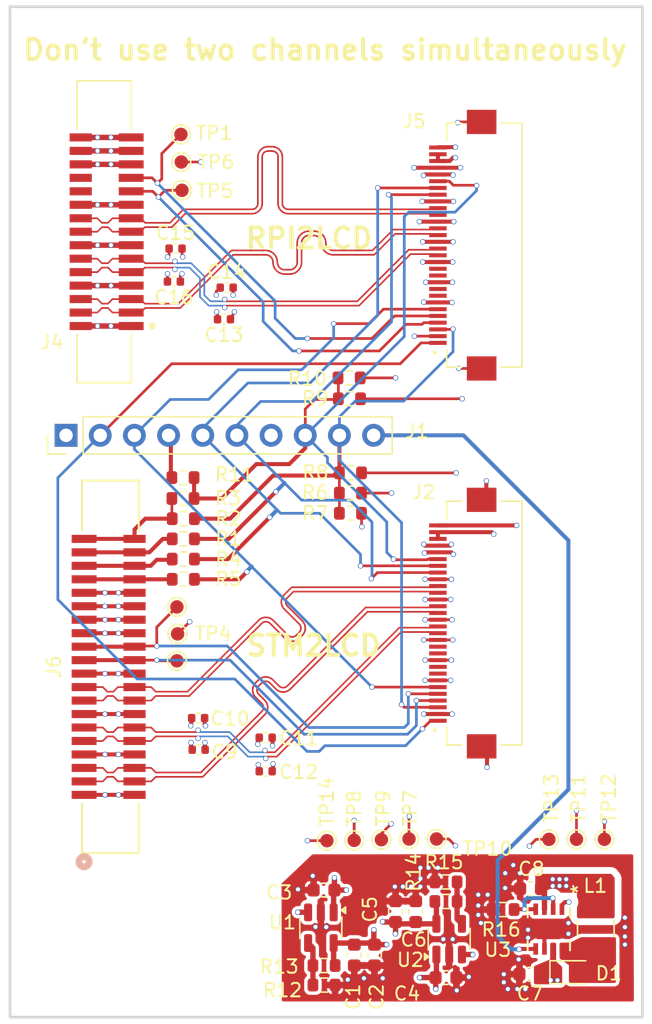
<source format=kicad_pcb>
(kicad_pcb (version 20241229) (generator "pcbnew") (generator_version "9.0")
  (layers (0 "F.Cu" signal) (4 "In1.Cu" signal) (6 "In2.Cu" signal) (2 "B.Cu" signal) (13 "F.Paste" user) (15 "B.Paste" user) (5 "F.SilkS" user "F.Silkscreen") (7 "B.SilkS" user "B.Silkscreen") (1 "F.Mask" user) (3 "B.Mask" user) (25 "Edge.Cuts" user))
  (net 0 "")
  (net 1 "GND")
  (net 2 "+2V8")
  (net 3 "+3V3")
  (net 4 "Net-(D1-A)")
  (net 5 "Net-(U1-FB)")
  (net 6 "Net-(U2-FB)")
  (net 7 "Net-(U3-FB)")
  (net 8 "+1V8")
  (net 9 "/STM2LCD/D0_P")
  (net 10 "/STM2LCD/D3_N")
  (net 11 "/STM2LCD/CLK_P")
  (net 12 "/STM2LCD/D1_P")
  (net 13 "/STM2LCD/D0_N")
  (net 14 "/STM2LCD/CLK_N")
  (net 15 "/STM2LCD/D3_P")
  (net 16 "/STM2LCD/D2_P")
  (net 17 "/STM2LCD/D1_N")
  (net 18 "/STM2LCD/D2_N")
  (net 19 "/RPI2LCD/RPI_D0_N")
  (net 20 "/RPI2LCD/RPI_D0_P")
  (net 21 "/RPI2LCD/RPI_CLK_P")
  (net 22 "/RPI2LCD/RPI_CLK_N")
  (net 23 "/RPI2LCD/RPI_D1_N")
  (net 24 "/RPI2LCD/RPI_D1_P")
  (net 25 "/RPI2LCD/RPI_D3_P")
  (net 26 "/RPI2LCD/RPI_D3_N")
  (net 27 "/RPI2LCD/RPI_D2_P")
  (net 28 "/RPI2LCD/RPI_D2_N")
  (net 29 "DC_LED_PWM")
  (net 30 "PWM")
  (net 31 "RESET")
  (net 32 "LCM_ID")
  (net 33 "TP_RES")
  (net 34 "TP_INT")
  (net 35 "TE")
  (net 36 "TP_SDA")
  (net 37 "TP_SCL")
  (net 38 "RPI_TP_SDA")
  (net 39 "RPI_TP_SCL")
  (net 40 " LED_K")
  (net 41 " LED_A")
  (net 42 "Net-(J6-Pad19)")
  (net 43 "Net-(J6-Pad18)")
  (net 44 "Net-(J6-Pad20)")
  (net 45 "Net-(J6-Pad17)")
  (footprint "TestPoint:TestPoint_Pad_D1.0mm" (layer "F.Cu") (at 108.2 66.05)
    (property "Reference" "TP4")
    (property "Value" "TestPoint")
  )
  (footprint "lib:HIROSE_FH12-30S-0.5SH_55_" (layer "F.Cu") (at 127.55 37.2 90)
    (property "Reference" "J5")
    (property "Value" "FH12-30S-0.5SH_55_")
  )
  (footprint "Resistor_SMD:R_0603_1608Metric" (layer "F.Cu") (at 120.975 48.6)
    (property "Reference" "R9")
    (property "Value" "10k")
  )
  (footprint "TestPoint:TestPoint_Pad_D1.0mm" (layer "F.Cu") (at 135.8 81.3)
    (property "Reference" "TP13")
    (property "Value" "TestPoint")
  )
  (footprint "Resistor_SMD:R_0603_1608Metric" (layer "F.Cu") (at 108.625 57.5)
    (property "Reference" "R2")
    (property "Value" "0")
  )
  (footprint "Connector_PinHeader_2.54mm:PinHeader_1x10_P2.54mm_Vertical" (layer "F.Cu") (at 99.91 51.3125 90)
    (property "Reference" "J1")
    (property "Value" "Conn_01x10")
  )
  (footprint "Resistor_SMD:R_0603_1608Metric" (layer "F.Cu") (at 121.05 57.1 180)
    (property "Reference" "R7")
    (property "Value" "10k")
  )
  (footprint "Capacitor_SMD:C_0603_1608Metric" (layer "F.Cu") (at 125.9 86.6625 90)
    (property "Reference" "C6")
    (property "Value" "4.7uF")
  )
  (footprint "Capacitor_SMD:C_0402_1005Metric" (layer "F.Cu") (at 109.77 74.65 180)
    (property "Reference" "C9")
    (property "Value" "100nF")
  )
  (footprint "Package_TO_SOT_SMD:SOT-23-5" (layer "F.Cu") (at 118.85 87.8625 -90)
    (property "Reference" "U1")
    (property "Value" "TLV75801PDBV")
  )
  (footprint "Resistor_SMD:R_0603_1608Metric" (layer "F.Cu") (at 120.95 47.05)
    (property "Reference" "R10")
    (property "Value" "10k")
  )
  (footprint "Capacitor_SMD:C_0402_1005Metric" (layer "F.Cu") (at 109.73 72.3 180)
    (property "Reference" "C10")
    (property "Value" "100nF")
  )
  (footprint "Resistor_SMD:R_0603_1608Metric" (layer "F.Cu") (at 108.625 60.5)
    (property "Reference" "R4")
    (property "Value" "0")
  )
  (footprint "Capacitor_SMD:C_0603_1608Metric" (layer "F.Cu") (at 124.4 86.6625 90)
    (property "Reference" "C5")
    (property "Value" "0.47uF")
  )
  (footprint "Resistor_SMD:R_0603_1608Metric" (layer "F.Cu") (at 121.05 55.6)
    (property "Reference" "R6")
    (property "Value" "10k")
  )
  (footprint "Resistor_SMD:R_0603_1608Metric" (layer "F.Cu") (at 108.625 59)
    (property "Reference" "R1")
    (property "Value" "0")
  )
  (footprint "Diode_SMD:D_SOD-323" (layer "F.Cu") (at 137.4875 91.1625)
    (property "Reference" "D1")
    (property "Value" "1N5819WS")
  )
  (footprint "TestPoint:TestPoint_Pad_D1.0mm" (layer "F.Cu") (at 108.15 64.05)
    (property "Reference" "TP3" (hide yes))
    (property "Value" "TestPoint")
  )
  (footprint "Resistor_SMD:R_0603_1608Metric" (layer "F.Cu") (at 132.3875 86.5125)
    (property "Reference" "R16")
    (property "Value" "6.8")
  )
  (footprint "TestPoint:TestPoint_Pad_D1.0mm" (layer "F.Cu") (at 139.925 81.3)
    (property "Reference" "TP12")
    (property "Value" "TestPoint")
  )
  (footprint "lib:DRB8_1P75X1P5" (layer "F.Cu") (at 135.7938 87.9625 -90)
    (property "Reference" "U3")
    (property "Value" "TPS61042DRBR")
  )
  (footprint "Capacitor_SMD:C_0603_1608Metric" (layer "F.Cu") (at 121.335 89.892501 -90)
    (property "Reference" "C1")
    (property "Value" "0.47uF")
  )
  (footprint "lib:HIROSE_FH12-30S-0.5SH_55_" (layer "F.Cu") (at 127.55 65.25 90)
    (property "Reference" "J2")
    (property "Value" "FH12-30S-0.5SH_55_")
  )
  (footprint "TestPoint:TestPoint_Pad_D1.0mm" (layer "F.Cu") (at 108.45 28.975)
    (property "Reference" "TP1")
    (property "Value" "TestPoint")
  )
  (footprint "TestPoint:TestPoint_Pad_D1.0mm" (layer "F.Cu") (at 119.3 81.4)
    (property "Reference" "TP14")
    (property "Value" "TestPoint")
  )
  (footprint "lib:2-1734248-0" (layer "F.Cu") (at 101.25 77.999998 90)
    (property "Reference" "J6")
    (property "Value" "2-1734248-0")
  )
  (footprint "Inductor_SMD:L_1210_3225Metric" (layer "F.Cu") (at 139.2875 87.9125 -90)
    (property "Reference" "L1")
    (property "Value" "L")
  )
  (footprint "TestPoint:TestPoint_Pad_D1.0mm" (layer "F.Cu") (at 121.325 81.375)
    (property "Reference" "TP8")
    (property "Value" "TestPoint")
  )
  (footprint "Capacitor_SMD:C_0402_1005Metric" (layer "F.Cu") (at 111.85 40.35)
    (property "Reference" "C14")
    (property "Value" "100nF")
  )
  (footprint "TestPoint:TestPoint_Pad_D1.0mm" (layer "F.Cu") (at 108.525 33.125)
    (property "Reference" "TP5")
    (property "Value" "TestPoint")
  )
  (footprint "Capacitor_SMD:C_0603_1608Metric" (layer "F.Cu") (at 134.4375 84.9625 180)
    (property "Reference" "C8")
    (property "Value" "4.7uF")
  )
  (footprint "Package_TO_SOT_SMD:SOT-23-5" (layer "F.Cu") (at 128.3875 88.7125 90)
    (property "Reference" "U2")
    (property "Value" "TLV75801PDBV")
  )
  (footprint "TestPoint:TestPoint_Pad_D1.0mm" (layer "F.Cu") (at 108.15 68.05)
    (property "Reference" "TP2" (hide yes))
    (property "Value" "TestPoint")
  )
  (footprint "Resistor_SMD:R_0603_1608Metric" (layer "F.Cu") (at 108.6 56)
    (property "Reference" "R3")
    (property "Value" "0")
  )
  (footprint "Resistor_SMD:R_0603_1608Metric" (layer "F.Cu") (at 108.625 62)
    (property "Reference" "R5")
    (property "Value" "0")
  )
  (footprint "Resistor_SMD:R_0603_1608Metric" (layer "F.Cu") (at 119.085 90.667501)
    (property "Reference" "R13")
    (property "Value" "160k")
  )
  (footprint "Resistor_SMD:R_0603_1608Metric" (layer "F.Cu") (at 121.05 54.1)
    (property "Reference" "R8")
    (property "Value" "10k")
  )
  (footprint "Capacitor_SMD:C_0603_1608Metric" (layer "F.Cu") (at 119.085 85.067501 180)
    (property "Reference" "C3")
    (property "Value" "0.47uF")
  )
  (footprint "Resistor_SMD:R_0603_1608Metric" (layer "F.Cu") (at 108.6 54.45)
    (property "Reference" "R11")
    (property "Value" "10k")
  )
  (footprint "Capacitor_SMD:C_0402_1005Metric" (layer "F.Cu") (at 114.75 76.25)
    (property "Reference" "C12")
    (property "Value" "100nF")
  )
  (footprint "Capacitor_SMD:C_0603_1608Metric" (layer "F.Cu") (at 134.3875 91.3125 180)
    (property "Reference" "C7")
    (property "Value" "1uF")
  )
  (footprint "TestPoint:TestPoint_Pad_D1.0mm" (layer "F.Cu") (at 108.475 31.025)
    (property "Reference" "TP6")
    (property "Value" "TestPoint")
  )
  (footprint "TestPoint:TestPoint_Pad_D1.0mm" (layer "F.Cu") (at 137.85 81.3)
    (property "Reference" "TP11")
    (property "Value" "TestPoint")
  )
  (footprint "lib:TE_1-1734248-5" (layer "F.Cu") (at 102.725 36.2 90)
    (property "Reference" "J4")
    (property "Value" "1-1734248-5")
  )
  (footprint "Capacitor_SMD:C_0402_1005Metric" (layer "F.Cu") (at 107.925 39.9 180)
    (property "Reference" "C16")
    (property "Value" "100nF")
  )
  (footprint "Capacitor_SMD:C_0402_1005Metric" (layer "F.Cu") (at 111.65 42.7 180)
    (property "Reference" "C13")
    (property "Value" "100nF")
  )
  (footprint "Resistor_SMD:R_0603_1608Metric" (layer "F.Cu") (at 128.15 84.4625)
    (property "Reference" "R15")
    (property "Value" "100k")
  )
  (footprint "Capacitor_SMD:C_0402_1005Metric" (layer "F.Cu") (at 114.75 73.75)
    (property "Reference" "C11")
    (property "Value" "100nF")
  )
  (footprint "TestPoint:TestPoint_Pad_D1.0mm" (layer "F.Cu") (at 127.45 81.275)
    (property "Reference" "TP10")
    (property "Value" "TestPoint")
  )
  (footprint "TestPoint:TestPoint_Pad_D1.0mm" (layer "F.Cu") (at 123.35 81.325)
    (property "Reference" "TP9")
    (property "Value" "TestPoint")
  )
  (footprint "Capacitor_SMD:C_0603_1608Metric" (layer "F.Cu") (at 122.835 89.892501 -90)
    (property "Reference" "C2")
    (property "Value" "4.7uF")
  )
  (footprint "Capacitor_SMD:C_0402_1005Metric" (layer "F.Cu") (at 108.05 37.45)
    (property "Reference" "C15")
    (property "Value" "100nF")
  )
  (footprint "Resistor_SMD:R_0603_1608Metric" (layer "F.Cu") (at 128.15 85.9125 180)
    (property "Reference" "R14")
    (property "Value" "230k")
  )
  (footprint "TestPoint:TestPoint_Pad_D1.0mm" (layer "F.Cu") (at 125.4 81.275)
    (property "Reference" "TP7")
    (property "Value" "TestPoint")
  )
  (footprint "Resistor_SMD:R_0603_1608Metric" (layer "F.Cu") (at 119.085 92.117501 180)
    (property "Reference" "R12")
    (property "Value" "39k")
  )
  (footprint "Capacitor_SMD:C_0603_1608Metric" (layer "F.Cu") (at 128.15 91.5625)
    (property "Reference" "C4")
    (property "Value" "0.47uF")
  )
  (gr_rect (start 95.75 19.5) (end 142.75 94.5) (stroke (width 0.2)) (fill no) (layer "Edge.Cuts"))
  (gr_text "STM2LCD\n" (at 113.15 67.8 0) (layer "F.SilkS") (effects (font (size 1.5 1.5) (thickness 0.3) (bold yes)) (justify left bottom)))
  (gr_text "Don't use two channels simultaneously" (at 96.575 23.575 0) (layer "F.SilkS") (effects (font (size 1.5 1.5) (thickness 0.3) (bold yes)) (justify left bottom)))
  (gr_text "RPI2LCD\n" (at 113.1 37.575 0) (layer "F.SilkS") (effects (font (size 1.5 1.5) (thickness 0.3) (bold yes)) (justify left bottom)))
  (segment (start 102.25 40.2) (end 101 40.2) (width 0.4) (layer "F.Cu") (net 1))
  (segment (start 127.55 69.5) (end 128.5 69.5) (width 0.2) (layer "F.Cu") (net 1))
  (segment (start 103.8 65.999999) (end 102.8 65.999999) (width 0.3) (layer "F.Cu") (net 1))
  (segment (start 103.8 68.999999) (end 102.8 68.999999) (width 0.3) (layer "F.Cu") (net 1))
  (segment (start 103.25 37.2) (end 104.75 37.2) (width 0.4) (layer "F.Cu") (net 1))
  (segment (start 121.325 81.375) (end 121.325 79.9) (width 0.2) (layer "F.Cu") (net 1))
  (segment (start 103.8 74.999999) (end 105 74.999999) (width 0.3) (layer "F.Cu") (net 1))
  (segment (start 137.85 81.3) (end 137.85 79.175) (width 0.2) (layer "F.Cu") (net 1))
  (segment (start 115.3 75.7) (end 115.3 76.18) (width 0.3) (layer "F.Cu") (net 1))
  (segment (start 115.25933 73.77933) (end 115.23 73.75) (width 0.3) (layer "F.Cu") (net 1))
  (segment (start 101.25 74.999999) (end 102.55 74.999999) (width 0.3) (layer "F.Cu") (net 1))
  (segment (start 127.55 62) (end 126.6 62) (width 0.2) (layer "F.Cu") (net 1))
  (segment (start 112.325 40.9) (end 112.33 40.895) (width 0.2) (layer "F.Cu") (net 1))
  (segment (start 107.7 54.375) (end 107.7 51.4825) (width 0.3) (layer "F.Cu") (net 1))
  (segment (start 109.25 74.75) (end 109.29 74.75) (width 0.3) (layer "F.Cu") (net 1))
  (segment (start 127.55 39.95) (end 128.625 39.95) (width 0.3) (layer "F.Cu") (net 1))
  (segment (start 135.468799 88.287501) (end 135.7938 87.9625) (width 0.3) (layer "F.Cu") (net 1))
  (segment (start 103.8 72) (end 105 72) (width 0.3) (layer "F.Cu") (net 1))
  (segment (start 112.33 40.895) (end 112.33 40.35) (width 0.2) (layer "F.Cu") (net 1))
  (segment (start 103.25 31.2) (end 104.75 31.2) (width 0.4) (layer "F.Cu") (net 1))
  (segment (start 111.1 42.15) (end 111.17 42.22) (width 0.2) (layer "F.Cu") (net 1))
  (segment (start 115.3 76.18) (end 115.23 76.25) (width 0.3) (layer "F.Cu") (net 1))
  (segment (start 127.55 63.5) (end 126.6 63.5) (width 0.2) (layer "F.Cu") (net 1))
  (segment (start 127.55 33.95) (end 128.7 33.95) (width 0.3) (layer "F.Cu") (net 1))
  (segment (start 130.8 74.4) (end 131.2 74.8) (width 0.3) (layer "F.Cu") (net 1))
  (segment (start 127.55 41.45) (end 128.6 41.45) (width 0.3) (layer "F.Cu") (net 1))
  (segment (start 103.25 34.2) (end 102.25 34.2) (width 0.4) (layer "F.Cu") (net 1))
  (segment (start 109.213827 72.399373) (end 109.25 72.3632) (width 0.3) (layer "F.Cu") (net 1))
  (segment (start 127.55 68) (end 126.6 68) (width 0.2) (layer "F.Cu") (net 1))
  (segment (start 127.55 39.95) (end 126.65 39.95) (width 0.3) (layer "F.Cu") (net 1))
  (segment (start 127.55 62) (end 128.55 62) (width 0.2) (layer "F.Cu") (net 1))
  (segment (start 130.8 28.05) (end 129.075 28.05) (width 0.2) (layer "F.Cu") (net 1))
  (segment (start 103.8 77.999998) (end 102.8 77.999998) (width 0.3) (layer "F.Cu") (net 1))
  (segment (start 126.525 41.45) (end 126.5 41.425) (width 0.3) (layer "F.Cu") (net 1))
  (segment (start 101.25 63) (end 102.8 63) (width 0.3) (layer "F.Cu") (net 1))
  (segment (start 102.8 72) (end 103.8 72) (width 0.3) (layer "F.Cu") (net 1))
  (segment (start 101.25 72) (end 102.8 72) (width 0.3) (layer "F.Cu") (net 1))
  (segment (start 121.875 57.1) (end 121.875 58.075) (width 0.2) (layer "F.Cu") (net 1))
  (segment (start 105 65.999999) (end 103.8 65.999999) (width 0.3) (layer "F.Cu") (net 1))
  (segment (start 127.55 65) (end 126.6 65) (width 0.2) (layer "F.Cu") (net 1))
  (segment (start 115.25933 74.35933) (end 115.25933 73.77933) (width 0.3) (layer "F.Cu") (net 1))
  (segment (start 102.55 74.999999) (end 102.8 74.999999) (width 0.3) (layer "F.Cu") (net 1))
  (segment (start 102.25 31.2) (end 103.25 31.2) (width 0.4) (layer "F.Cu") (net 1))
  (segment (start 108.2 66.05) (end 109.1 65.15) (width 0.2) (layer "F.Cu") (net 1))
  (segment (start 108.475 31.025) (end 109.925 31.025) (width 0.2) (layer "F.Cu") (net 1))
  (segment (start 129.075 28.05) (end 129.025 28.1) (width 0.2) (layer "F.Cu") (net 1))
  (segment (start 131.2 74.8) (end 131.2 75.95) (width 0.3) (layer "F.Cu") (net 1))
  (segment (start 127.55 36.95) (end 126.425 36.95) (width 0.3) (layer "F.Cu") (net 1))
  (segment (start 127.55 66.5) (end 126.5 66.5) (width 0.2) (layer "F.Cu") (net 1))
  (segment (start 127.55 35.45) (end 128.725 35.45) (width 0.3) (layer "F.Cu") (net 1))
  (segment (start 127.55 38.45) (end 128.65 38.45) (width 0.3) (layer "F.Cu") (net 1))
  (segment (start 102.25 34.2) (end 101 34.2) (width 0.4) (layer "F.Cu") (net 1))
  (segment (start 130.8 46.35) (end 129.1 46.35) (width 0.2) (layer "F.Cu") (net 1))
  (segment (start 127.55 68) (end 128.55 68) (width 0.2) (layer "F.Cu") (net 1))
  (segment (start 101 37.2) (end 102.25 37.2) (width 0.4) (layer "F.Cu") (net 1))
  (segment (start 127.55 36.95) (end 128.675 36.95) (width 0.3) (layer "F.Cu") (net 1))
  (segment (start 121.875 58.075) (end 121.9 58.1) (width 0.2) (layer "F.Cu") (net 1))
  (segment (start 107.445 39.33) (end 107.45 39.325) (width 0.2) (layer "F.Cu") (net 1))
  (segment (start 131.15 55.75) (end 130.8 56.1) (width 0.3) (layer "F.Cu") (net 1))
  (segment (start 127.55 38.45) (end 126.425 38.45) (width 0.3) (layer "F.Cu") (net 1))
  (segment (start 102.8 65.999999) (end 101.25 65.999999) (width 0.3) (layer "F.Cu") (net 1))
  (segment (start 102.8 63) (end 103.8 63) (width 0.3) (layer "F.Cu") (net 1))
  (segment (start 108.53 38.03) (end 108.575 38.075) (width 0.2) (layer "F.Cu") (net 1))
  (segment (start 102.25 43.2) (end 103.25 43.2) (width 0.4) (layer "F.Cu") (net 1))
  (segment (start 127.55 69.5) (end 126.6 69.5) (width 0.2) (layer "F.Cu") (net 1))
  (segment (start 102.25 37.2) (end 103.25 37.2) (width 0.4) (layer "F.Cu") (net 1))
  (segment (start 135.468799 89.437501) (end 135.468799 88.287501) (width 0.3) (layer "F.Cu") (net 1))
  (segment (start 104.75 34.2) (end 103.25 34.2) (width 0.4) (layer "F.Cu") (net 1))
  (segment (start 107.7 51.4825) (end 107.53 51.3125) (width 0.2) (layer "F.Cu") (net 1))
  (segment (start 127.55 41.45) (end 126.525 41.45) (width 0.3) (layer "F.Cu") (net 1))
  (segment (start 125.4 81.275) (end 125.4 79.625) (width 0.2) (layer "F.Cu") (net 1))
  (segment (start 105 77.999998) (end 103.8 77.999998) (width 0.3) (layer "F.Cu") (net 1))
  (segment (start 127.55 35.45) (end 126.175 35.45) (width 0.3) (layer "F.Cu") (net 1))
  (segment (start 102.8 68.999999) (end 101.25 68.999999) (width 0.3) (layer "F.Cu") (net 1))
  (segment (start 108.53 37.55) (end 108.53 38.03) (width 0.2) (layer "F.Cu") (net 1))
  (segment (start 103.8 63) (end 105 63) (width 0.3) (layer "F.Cu") (net 1))
  (segment (start 127.55 66.5) (end 128.65 66.5) (width 0.2) (layer "F.Cu") (net 1))
  (segment (start 101 31.2) (end 102.25 31.2) (width 0.4) (layer "F.Cu") (net 1))
  (segment (start 105 68.999999) (end 103.8 68.999999) (width 0.3) (layer "F.Cu") (net 1))
  (segment (start 127.55 33.95) (end 126.375 33.95) (width 0.3) (layer "F.Cu") (net 1))
  (segment (start 104.75 40.2) (end 103.25 40.2) (width 0.4) (layer "F.Cu") (net 1))
  (segment (start 102.8 74.999999) (end 103.55 74.999999) (width 0.3) (layer "F.Cu") (net 1))
  (segment (start 107.775 54.45) (end 107.7 54.375) (width 0.2) (layer "F.Cu") (net 1))
  (segment (start 125.4 79.625) (end 125.425 79.6) (width 0.2) (layer "F.Cu") (net 1))
  (segment (start 101 43.2) (end 102.25 43.2) (width 0.4) (layer "F.Cu") (net 1))
  (segment (start 127.55 65) (end 128.6 65) (width 0.2) (layer "F.Cu") (net 1))
  (segment (start 109.2 74.1232) (end 109.2 74.6) (width 0.3) (layer "F.Cu") (net 1))
  (segment (start 111.17 42.22) (end 111.17 42.65) (width 0.2) (layer "F.Cu") (net 1))
  (segment (start 127.55 63.5) (end 128.5 63.5) (width 0.2) (layer "F.Cu") (net 1))
  (segment (start 107.445 39.925) (end 107.445 39.33) (width 0.2) (layer "F.Cu") (net 1))
  (segment (start 103.55 74.999999) (end 103.8 74.999999) (width 0.3) (layer "F.Cu") (net 1))
  (segment (start 109.213827 72.836173) (end 109.213827 72.399373) (width 0.3) (layer "F.Cu") (net 1))
  (segment (start 109.175 72.875) (end 109.213827 72.836173) (width 0.3) (layer "F.Cu") (net 1))
  (segment (start 131.15 54.7) (end 131.15 55.75) (width 0.3) (layer "F.Cu") (net 1))
  (segment (start 103.25 43.2) (end 104.75 43.2) (width 0.4) (layer "F.Cu") (net 1))
  (segment (start 109.2 74.6) (end 109.25 74.65) (width 0.3) (layer "F.Cu") (net 1))
  (segment (start 103.25 40.2) (end 102.25 40.2) (width 0.4) (layer "F.Cu") (net 1))
  (segment (start 128.6 65) (end 128.7 65) (width 0.2) (layer "F.Cu") (net 1))
  (segment (start 102.8 77.999998) (end 101.25 77.999998) (width 0.3) (layer "F.Cu") (net 1))
  (via (at 137.25 88.3125) (size 0.4) (drill 0.3) (layers "F.Cu" "B.Cu") (net 1))
  (via (at 103.8 63) (size 0.4) (drill 0.3) (layers "F.Cu" "B.Cu") (net 1))
  (via (at 128.5 69.5) (size 0.4) (drill 0.3) (layers "F.Cu" "B.Cu") (net 1))
  (via (at 126.6 69.5) (size 0.4) (drill 0.3) (layers "F.Cu" "B.Cu") (net 1))
  (via (at 128.65 66.5) (size 0.4) (drill 0.3) (layers "F.Cu" "B.Cu") (net 1))
  (via (at 115.25933 74.35933) (size 0.4) (drill 0.3) (layers "F.Cu" "B.Cu") (net 1))
  (via (at 109.925 31.025) (size 0.4) (drill 0.3) (layers "F.Cu" "B.Cu") (net 1))
  (via (at 102.25 31.2) (size 0.4) (drill 0.3) (layers "F.Cu" "B.Cu") (net 1))
  (via (at 120.85 91.7125) (size 0.4) (drill 0.3) (layers "F.Cu" "B.Cu") (net 1))
  (via (at 131.25 85.4125) (size 0.4) (drill 0.3) (layers "F.Cu" "B.Cu") (net 1))
  (via (at 132.45 91.9125) (size 0.4) (drill 0.3) (layers "F.Cu" "B.Cu") (net 1))
  (via (at 126.25 83.4125) (size 0.4) (drill 0.3) (layers "F.Cu" "B.Cu") (net 1))
  (via (at 134.25 88.6125) (size 0.4) (drill 0.3) (layers "F.Cu" "B.Cu") (net 1))
  (via (at 103.25 31.2) (size 0.4) (drill 0.3) (layers "F.Cu" "B.Cu") (net 1))
  (via (at 127.95 88.7125) (size 0.4) (drill 0.3) (layers "F.Cu" "B.Cu") (net 1))
  (via (at 111.1 42.15) (size 0.4) (drill 0.3) (layers "F.Cu" "B.Cu") (net 1))
  (via (at 102.25 37.2) (size 0.4) (drill 0.3) (layers "F.Cu" "B.Cu") (net 1))
  (via (at 126.175 35.45) (size 0.4) (drill 0.3) (layers "F.Cu" "B.Cu") (net 1))
  (via (at 131.2 75.95) (size 0.4) (drill 0.3) (layers "F.Cu" "B.Cu") (net 1))
  (via (at 133.55 90.2125) (size 0.4) (drill 0.3) (layers "F.Cu" "B.Cu") (net 1))
  (via (at 102.8 74.999999) (size 0.4) (drill 0.3) (layers "F.Cu" "B.Cu") (net 1))
  (via (at 133.45 92.4125) (size 0.4) (drill 0.3) (layers "F.Cu" "B.Cu") (net 1))
  (via (at 128.675 36.95) (size 0.4) (drill 0.3) (layers "F.Cu" "B.Cu") (net 1))
  (via (at 141.45 87.8125) (size 0.4) (drill 0.3) (layers "F.Cu" "B.Cu") (net 1))
  (via (at 132.55 83.8125) (size 0.4) (drill 0.3) (layers "F.Cu" "B.Cu") (net 1))
  (via (at 128.6 41.45) (size 0.4) (drill 0.3) (layers "F.Cu" "B.Cu") (net 1))
  (via (at 130.75 87.5125) (size 0.4) (drill 0.3) (layers "F.Cu" "B.Cu") (net 1))
  (via (at 133.65 83.8125) (size 0.4) (drill 0.3) (layers "F.Cu" "B.Cu") (net 1))
  (via (at 130.55 85.4125) (size 0.4) (drill 0.3) (layers "F.Cu" "B.Cu") (net 1))
  (via (at 109.175 72.875) (size 0.4) (drill 0.3) (layers "F.Cu" "B.Cu") (net 1))
  (via (at 141.45 88.5125) (size 0.4) (drill 0.3) (layers "F.Cu" "B.Cu") (net 1))
  (via (at 102.25 40.2) (size 0.4) (drill 0.3) (layers "F.Cu" "B.Cu") (net 1))
  (via (at 124.95 84.8125) (size 0.4) (drill 0.3) (layers "F.Cu" "B.Cu") (net 1))
  (via (at 128.65 88.7125) (size 0.4) (drill 0.3) (layers "F.Cu" "B.Cu") (net 1))
  (via (at 103.25 40.2) (size 0.4) (drill 0.3) (layers "F.Cu" "B.Cu") (net 1))
  (via (at 118.45 87.801576) (size 0.4) (drill 0.3) (layers "F.Cu" "B.Cu") (net 1))
  (via (at 102.8 68.999999) (size 0.4) (drill 0.3) (layers "F.Cu" "B.Cu") (net 1))
  (via (at 102.8 65.999999) (size 0.4) (drill 0.3) (layers "F.Cu" "B.Cu") (net 1))
  (via (at 103.8 74.999999) (size 0.4) (drill 0.3) (layers "F.Cu" "B.Cu") (net 1))
  (via (at 128.5 63.5) (size 0.4) (drill 0.3) (layers "F.Cu" "B.Cu") (net 1))
  (via (at 126.85 83.4125) (size 0.4) (drill 0.3) (layers "F.Cu" "B.Cu") (net 1))
  (via (at 126.6 63.5) (size 0.4) (drill 0.3) (layers "F.Cu" "B.Cu") (net 1))
  (via (at 125.55 84.8125) (size 0.4) (drill 0.3) (layers "F.Cu" "B.Cu") (net 1))
  (via (at 128.55 68) (size 0.4) (drill 0.3) (layers "F.Cu" "B.Cu") (net 1))
  (via (at 103.25 37.2) (size 0.4) (drill 0.3) (layers "F.Cu" "B.Cu") (net 1))
  (via (at 103.8 77.999998) (size 0.4) (drill 0.3) (layers "F.Cu" "B.Cu") (net 1))
  (via (at 130.55 86.9125) (size 0.4) (drill 0.3) (layers "F.Cu" "B.Cu") (net 1))
  (via (at 132.55 84.9125) (size 0.4) (drill 0.3) (layers "F.Cu" "B.Cu") (net 1))
  (via (at 122.05 91.6125) (size 0.4) (drill 0.3) (layers "F.Cu" "B.Cu") (net 1))
  (via (at 126.5 66.5) (size 0.4) (drill 0.3) (layers "F.Cu" "B.Cu") (net 1))
  (via (at 126.6 65) (size 0.4) (drill 0.3) (layers "F.Cu" "B.Cu") (net 1))
  (via (at 131.15 54.7) (size 0.4) (drill 0.3) (layers "F.Cu" "B.Cu") (net 1))
  (via (at 102.8 72) (size 0.4) (drill 0.3) (layers "F.Cu" "B.Cu") (net 1))
  (via (at 129.025 28.1) (size 0.4) (drill 0.3) (layers "F.Cu" "B.Cu") (net 1))
  (via (at 107.45 39.325) (size 0.4) (drill 0.3) (layers "F.Cu" "B.Cu") (net 1))
  (via (at 126.25 84.8125) (size 0.4) (drill 0.3) (layers "F.Cu" "B.Cu") (net 1))
  (via (at 123.45 91.6125) (size 0.4) (drill 0.3) (layers "F.Cu" "B.Cu") (net 1))
  (via (at 137.85 79.175) (size 0.4) (drill 0.3) (layers "F.Cu" "B.Cu") (net 1))
  (via (at 102.8 63) (size 0.4) (drill 0.3) (layers "F.Cu" "B.Cu") (net 1))
  (via (at 121.9 58.1) (size 0.4) (drill 0.3) (layers "F.Cu" "B.Cu") (net 1))
  (via (at 128.725 35.45) (size 0.4) (drill 0.3) (layers "F.Cu" "B.Cu") (net 1))
  (via (at 126.5 41.425) (size 0.4) (drill 0.3) (layers "F.Cu" "B.Cu") (net 1))
  (via (at 121.325 79.9) (size 0.4) (drill 0.3) (layers "F.Cu" "B.Cu") (net 1))
  (via (at 103.8 65.999999) (size 0.4) (drill 0.3) (layers "F.Cu" "B.Cu") (net 1))
  (via (at 141.45 89.1125) (size 0.4) (drill 0.3) (layers "F.Cu" "B.Cu") (net 1))
  (via (at 117.15 85.0125) (size 0.4) (drill 0.3) (layers "F.Cu" "B.Cu") (net 1))
  (via (at 130.55 86.2125) (size 0.4) (drill 0.3) (layers "F.Cu" "B.Cu") (net 1))
  (via (at 134.25 88.0125) (size 0.4) (drill 0.3) (layers "F.Cu" "B.Cu") (net 1))
  (via (at 126.65 39.95) (size 0.4) (drill 0.3) (layers "F.Cu" "B.Cu") (net 1))
  (via (at 129.1 46.35) (size 0.4) (drill 0.3) (layers "F.Cu" "B.Cu") (net 1))
  (via (at 132.75 92.4125) (size 0.4) (drill 0.3) (layers "F.Cu" "B.Cu") (net 1))
  (via (at 128.625 39.95) (size 0.4) (drill 0.3) (layers "F.Cu" "B.Cu") (net 1))
  (via (at 103.8 72) (size 0.4) (drill 0.3) (layers "F.Cu" "B.Cu") (net 1))
  (via (at 102.8 77.999998) (size 0.4) (drill 0.3) (layers "F.Cu" "B.Cu") (net 1))
  (via (at 128.55 62) (size 0.4) (drill 0.3) (layers "F.Cu" "B.Cu") (net 1))
  (via (at 102.25 34.2) (size 0.4) (drill 0.3) (layers "F.Cu" "B.Cu") (net 1))
  (via (at 128.6 65) (size 0.4) (drill 0.3) (layers "F.Cu" "B.Cu") (net 1))
  (via (at 128.7 33.95) (size 0.4) (drill 0.3) (layers "F.Cu" "B.Cu") (net 1))
  (via (at 132.45 91.3125) (size 0.4) (drill 0.3) (layers "F.Cu" "B.Cu") (net 1))
  (via (at 128.95 92.5125) (size 0.4) (drill 0.3) (layers "F.Cu" "B.Cu") (net 1))
  (via (at 126.425 38.45) (size 0.4) (drill 0.3) (layers "F.Cu" "B.Cu") (net 1))
  (via (at 126.6 68) (size 0.4) (drill 0.3) (layers "F.Cu" "B.Cu") (net 1))
  (via (at 125.425 79.6) (size 0.4) (drill 0.3) (layers "F.Cu" "B.Cu") (net 1))
  (via (at 108.575 38.075) (size 0.4) (drill 0.3) (layers "F.Cu" "B.Cu") (net 1))
  (via (at 126.425 36.95) (size 0.4) (drill 0.3) (layers "F.Cu" "B.Cu") (net 1))
  (via (at 103.25 34.2) (size 0.4) (drill 0.3) (layers "F.Cu" "B.Cu") (net 1))
  (via (at 128.65 38.45) (size 0.4) (drill 0.3) (layers "F.Cu" "B.Cu") (net 1))
  (via (at 134.05 92.4125) (size 0.4) (drill 0.3) (layers "F.Cu" "B.Cu") (net 1))
  (via (at 102.25 43.2) (size 0.4) (drill 0.3) (layers "F.Cu" "B.Cu") (net 1))
  (via (at 137.25 87.5125) (size 0.4) (drill 0.3) (layers "F.Cu" "B.Cu") (net 1))
  (via (at 115.3 75.7) (size 0.4) (drill 0.3) (layers "F.Cu" "B.Cu") (net 1))
  (via (at 112.325 40.9) (size 0.4) (drill 0.3) (layers "F.Cu" "B.Cu") (net 1))
  (via (at 126.6 62) (size 0.4) (drill 0.3) (layers "F.Cu" "B.Cu") (net 1))
  (via (at 129.85 91.5125) (size 0.4) (drill 0.3) (layers "F.Cu" "B.Cu") (net 1))
  (via (at 103.25 43.2) (size 0.4) (drill 0.3) (layers "F.Cu" "B.Cu") (net 1))
  (via (at 103.8 68.999999) (size 0.4) (drill 0.3) (layers "F.Cu" "B.Cu") (net 1))
  (via (at 124.35 84.8125) (size 0.4) (drill 0.3) (layers "F.Cu" "B.Cu") (net 1))
  (via (at 141.45 87.1125) (size 0.4) (drill 0.3) (layers "F.Cu" "B.Cu") (net 1))
  (via (at 118.25 84.0125) (size 0.4) (drill 0.3) (layers "F.Cu" "B.Cu") (net 1))
  (via (at 119.25 87.8125) (size 0.4) (drill 0.3) (layers "F.Cu" "B.Cu") (net 1))
  (via (at 126.375 33.95) (size 0.4) (drill 0.3) (layers "F.Cu" "B.Cu") (net 1))
  (via (at 109.1 65.15) (size 0.4) (drill 0.3) (layers "F.Cu" "B.Cu") (net 1))
  (via (at 126.25 84.2125) (size 0.4) (drill 0.3) (layers "F.Cu" "B.Cu") (net 1))
  (via (at 127.55 83.4125) (size 0.4) (drill 0.3) (layers "F.Cu" "B.Cu") (net 1))
  (via (at 133.15 83.2125) (size 0.4) (drill 0.3) (layers "F.Cu" "B.Cu") (net 1))
  (via (at 109.2 74.1232) (size 0.4) (drill 0.3) (layers "F.Cu" "B.Cu") (net 1))
  (segment (start 121.775 47.05) (end 124.4 47.05) (width 0.2) (layer "F.Cu") (net 2))
  (segment (start 123.35 81.325) (end 123.35 80.875) (width 0.2) (layer "F.Cu") (net 2))
  (segment (start 127.55 59.5) (end 128.45 59.5) (width 0.3) (layer "F.Cu") (net 2))
  (segment (start 127.55 43.95) (end 125.8 43.95) (width 0.2) (layer "F.Cu") (net 2))
  (segment (start 128.45 59.5) (end 128.55 59.4) (width 0.3) (layer "F.Cu") (net 2))
  (segment (start 127.55 31.45) (end 125.775 31.45) (width 0.3) (layer "F.Cu") (net 2))
  (segment (start 122.7875 89.070001) (end 122.7875 88.0125) (width 0.4) (layer "F.Cu") (net 2))
  (segment (start 124.1 55.65) (end 124.05 55.6) (width 0.2) (layer "F.Cu") (net 2))
  (segment (start 127.55 72) (end 128.6 72) (width 0.3) (layer "F.Cu") (net 2))
  (segment (start 123.35 80.875) (end 124.075 80.15) (width 0.2) (layer "F.Cu") (net 2))
  (segment (start 127.55 59.5) (end 126.6 59.5) (width 0.3) (layer "F.Cu") (net 2))
  (segment (start 124.05 55.6) (end 121.875 55.6) (width 0.2) (layer "F.Cu") (net 2))
  (segment (start 119.799999 89) (end 122.717499 89) (width 0.4) (layer "F.Cu") (net 2))
  (segment (start 126.6 59.5) (end 126.5 59.4) (width 0.3) (layer "F.Cu") (net 2))
  (segment (start 122.835 89.117501) (end 123.732499 89.117501) (width 0.4) (layer "F.Cu") (net 2))
  (segment (start 119.799999 89) (end 119.799999 90.5575) (width 0.4) (layer "F.Cu") (net 2))
  (segment (start 127.55 72) (end 126.5 72) (width 0.3) (layer "F.Cu") (net 2))
  (segment (start 119.799999 90.5575) (end 119.91 90.667501) (width 0.4) (layer "F.Cu") (net 2))
  (segment (start 122.835 89.117501) (end 122.7875 89.070001) (width 0.4) (layer "F.Cu") (net 2))
  (segment (start 122.717499 89) (end 122.835 89.117501) (width 0.4) (layer "F.Cu") (net 2))
  (segment (start 129.225 31.45) (end 127.55 31.45) (width 0.3) (layer "F.Cu") (net 2))
  (segment (start 123.732499 89.117501) (end 123.7375 89.1125) (width 0.4) (layer "F.Cu") (net 2))
  (via (at 122.7875 88.0125) (size 0.4) (drill 0.3) (layers "F.Cu" "B.Cu") (net 2))
  (via (at 124.4 47.05) (size 0.4) (drill 0.3) (layers "F.Cu" "B.Cu") (net 2))
  (via (at 129.225 31.45) (size 0.4) (drill 0.3) (layers "F.Cu" "B.Cu") (net 2))
  (via (at 125.775 31.45) (size 0.4) (drill 0.3) (layers "F.Cu" "B.Cu") (net 2))
  (via (at 126.5 59.4) (size 0.4) (drill 0.3) (layers "F.Cu" "B.Cu") (net 2))
  (via (at 124.075 80.15) (size 0.4) (drill 0.3) (layers "F.Cu" "B.Cu") (net 2))
  (via (at 124.1 55.6) (size 0.4) (drill 0.3) (layers "F.Cu" "B.Cu") (net 2))
  (via (at 126.5 72) (size 0.4) (drill 0.3) (layers "F.Cu" "B.Cu") (net 2))
  (via (at 128.6 72) (size 0.4) (drill 0.3) (layers "F.Cu" "B.Cu") (net 2))
  (via (at 123.7375 89.1125) (size 0.4) (drill 0.3) (layers "F.Cu" "B.Cu") (net 2))
  (via (at 128.55 59.4) (size 0.4) (drill 0.3) (layers "F.Cu" "B.Cu") (net 2))
  (via (at 125.8 43.95) (size 0.4) (drill 0.3) (layers "F.Cu" "B.Cu") (net 2))
  (segment (start 135.468799 86.487499) (end 135.468799 85.218799) (width 0.4) (layer "F.Cu") (net 3))
  (segment (start 127.437501 89.85) (end 127.437501 91.499999) (width 0.4) (layer "F.Cu") (net 3))
  (segment (start 103.25 29.2) (end 102.25 29.2) (width 0.4) (layer "F.Cu") (net 3))
  (segment (start 130.125 89.85) (end 130.1375 89.8625) (width 0.4) (layer "F.Cu") (net 3))
  (segment (start 110.235054 74.635054) (end 110.235054 74.1232) (width 0.3) (layer "F.Cu") (net 3))
  (segment (start 110.275 72.875) (end 110.21 72.81) (width 0.3) (layer "F.Cu") (net 3))
  (segment (start 126.1875 91.5625) (end 127.375 91.5625) (width 0.4) (layer "F.Cu") (net 3))
  (segment (start 101 30.2) (end 102.25 30.2) (width 0.4) (layer "F.Cu") (net 3))
  (segment (start 119.799999 86.725) (end 119.799999 85.127502) (width 0.4) (layer "F.Cu") (net 3))
  (segment (start 102.25 29.2) (end 101 29.2) (width 0.4) (layer "F.Cu") (net 3))
  (segment (start 111.35 40.35) (end 111.37 40.35) (width 0.2) (layer "F.Cu") (net 3))
  (segment (start 112.35 42.325) (end 112.13 42.545) (width 0.2) (layer "F.Cu") (net 3))
  (segment (start 135.468799 85.218799) (end 135.2125 84.9625) (width 0.4) (layer "F.Cu") (net 3))
  (segment (start 107.57 37.955) (end 107.45 38.075) (width 0.2) (layer "F.Cu") (net 3))
  (segment (start 101.25 64.999999) (end 102.8 64.999999) (width 0.3) (layer "F.Cu") (net 3))
  (segment (start 120.732499 85.067501) (end 120.7375 85.0625) (width 0.4) (layer "F.Cu") (net 3))
  (segment (start 119.3 81.4) (end 117.85 81.4) (width 0.2) (layer "F.Cu") (net 3))
  (segment (start 108.405 39.925) (end 108.405 39.445) (width 0.2) (layer "F.Cu") (net 3))
  (segment (start 103.25 30.2) (end 104.75 30.2) (width 0.4) (layer "F.Cu") (net 3))
  (segment (start 102.8 63.999998) (end 101.25 63.999998) (width 0.3) (layer "F.Cu") (net 3))
  (segment (start 114.159797 74.240166) (end 114.159797 73.860203) (width 0.3) (layer "F.Cu") (net 3))
  (segment (start 127.437501 91.499999) (end 127.375 91.5625) (width 0.4) (layer "F.Cu") (net 3))
  (segment (start 104.75 29.2) (end 103.25 29.2) (width 0.4) (layer "F.Cu") (net 3))
  (segment (start 114.2 76.18) (end 114.27 76.25) (width 0.3) (layer "F.Cu") (net 3))
  (segment (start 110.25 74.65) (end 110.235054 74.635054) (width 0.3) (layer "F.Cu") (net 3))
  (segment (start 117.900001 86.725) (end 117.887501 86.7125) (width 0.4) (layer "F.Cu") (net 3))
  (segment (start 112.35 42.225) (end 112.35 42.325) (width 0.2) (layer "F.Cu") (net 3))
  (segment (start 105 63.999998) (end 103.8 63.999998) (width 0.3) (layer "F.Cu") (net 3))
  (segment (start 112.425 42.15) (end 112.35 42.225) (width 0.2) (layer "F.Cu") (net 3))
  (segment (start 117.887501 86.7125) (end 117.1375 86.7125) (width 0.4) (layer "F.Cu") (net 3))
  (segment (start 111.075 40.625) (end 111.35 40.35) (width 0.2) (layer "F.Cu") (net 3))
  (segment (start 119.86 84.1625) (end 119.86 85.067501) (width 0.4) (layer "F.Cu") (net 3))
  (segment (start 102.8 64.999999) (end 103.8 64.999999) (width 0.3) (layer "F.Cu") (net 3))
  (segment (start 112.13 42.545) (end 112.13 42.575) (width 0.2) (layer "F.Cu") (net 3))
  (segment (start 114.159797 73.860203) (end 114.27 73.75) (width 0.3) (layer "F.Cu") (net 3))
  (segment (start 129.337499 89.85) (end 130.125 89.85) (width 0.4) (layer "F.Cu") (net 3))
  (segment (start 127.3875 91.575) (end 127.3875 92.4125) (width 0.4) (layer "F.Cu") (net 3))
  (segment (start 102.25 30.2) (end 103.25 30.2) (width 0.4) (layer "F.Cu") (net 3))
  (segment (start 107.57 37.45) (end 107.57 37.955) (width 0.2) (layer "F.Cu") (net 3))
  (segment (start 114.2 75.7616) (end 114.2 76.18) (width 0.3) (layer "F.Cu") (net 3))
  (segment (start 110.21 72.81) (end 110.21 72.3632) (width 0.3) (layer "F.Cu") (net 3))
  (segment (start 127.375 91.5625) (end 127.3875 91.575) (width 0.4) (layer "F.Cu") (net 3))
  (segment (start 103.8 63.999998) (end 102.8 63.999998) (width 0.3) (layer "F.Cu") (net 3))
  (segment (start 119.799999 85.127502) (end 119.86 85.067501) (width 0.4) (layer "F.Cu") (net 3))
  (segment (start 103.8 64.999999) (end 105 64.999999) (width 0.3) (layer "F.Cu") (net 3))
  (segment (start 119.86 85.067501) (end 120.732499 85.067501) (width 0.4) (layer "F.Cu") (net 3))
  (segment (start 111.075 40.9) (end 111.075 40.625) (width 0.2) (layer "F.Cu") (net 3))
  (segment (start 108.405 39.445) (end 108.525 39.325) (width 0.2) (layer "F.Cu") (net 3))
  (via (at 102.25 30.2) (size 0.4) (drill 0.3) (layers "F.Cu" "B.Cu") (net 3))
  (via (at 117.1375 86.7125) (size 0.4) (drill 0.3) (layers "F.Cu" "B.Cu") (net 3))
  (via (at 117.85 81.4) (size 0.4) (drill 0.3) (layers "F.Cu" "B.Cu") (net 3))
  (via (at 102.8 64.999999) (size 0.4) (drill 0.3) (layers "F.Cu" "B.Cu") (net 3))
  (via (at 114.2 75.7616) (size 0.4) (drill 0.3) (layers "F.Cu" "B.Cu") (net 3))
  (via (at 103.8 63.999998) (size 0.4) (drill 0.3) (layers "F.Cu" "B.Cu") (net 3))
  (via (at 120.7375 85.0625) (size 0.4) (drill 0.3) (layers "F.Cu" "B.Cu") (net 3))
  (via (at 114.159797 74.240166) (size 0.4) (drill 0.3) (layers "F.Cu" "B.Cu") (net 3))
  (via (at 107.45 38.075) (size 0.4) (drill 0.3) (layers "F.Cu" "B.Cu") (net 3))
  (via (at 136.5875 84.2625) (size 0.4) (drill 0.3) (layers "F.Cu" "B.Cu") (net 3))
  (via (at 103.25 30.2) (size 0.4) (drill 0.3) (layers "F.Cu" "B.Cu") (net 3))
  (via (at 130.1375 89.8625) (size 0.4) (drill 0.3) (layers "F.Cu" "B.Cu") (net 3))
  (via (at 137.0875 84.7625) (size 0.4) (drill 0.3) (layers "F.Cu" "B.Cu") (net 3))
  (via (at 103.25 29.2) (size 0.4) (drill 0.3) (layers "F.Cu" "B.Cu") (net 3))
  (via (at 136.5875 84.7625) (size 0.4) (drill 0.3) (layers "F.Cu" "B.Cu") (net 3))
  (via (at 112.425 42.15) (size 0.4) (drill 0.3) (layers "F.Cu" "B.Cu") (net 3))
  (via (at 119.86 84.1625) (size 0.4) (drill 0.3) (layers "F.Cu" "B.Cu") (net 3))
  (via (at 136.0875 84.2625) (size 0.4) (drill 0.3) (layers "F.Cu" "B.Cu") (net 3))
  (via (at 103.8 64.999999) (size 0.4) (drill 0.3) (layers "F.Cu" "B.Cu") (net 3))
  (via (at 137.0875 84.2625) (size 0.4) (drill 0.3) (layers "F.Cu" "B.Cu") (net 3))
  (via (at 110.235054 74.1232) (size 0.4) (drill 0.3) (layers "F.Cu" "B.Cu") (net 3))
  (via (at 136.0875 84.7625) (size 0.4) (drill 0.3) (layers "F.Cu" "B.Cu") (net 3))
  (via (at 110.275 72.875) (size 0.4) (drill 0.3) (layers "F.Cu" "B.Cu") (net 3))
  (via (at 102.8 63.999998) (size 0.4) (drill 0.3) (layers "F.Cu" "B.Cu") (net 3))
  (via (at 102.25 29.2) (size 0.4) (drill 0.3) (layers "F.Cu" "B.Cu") (net 3))
  (via (at 111.075 40.9) (size 0.4) (drill 0.3) (layers "F.Cu" "B.Cu") (net 3))
  (via (at 108.525 39.325) (size 0.4) (drill 0.3) (layers "F.Cu" "B.Cu") (net 3))
  (via (at 126.1875 91.5625) (size 0.4) (drill 0.3) (layers "F.Cu" "B.Cu") (net 3))
  (via (at 127.3875 92.4125) (size 0.4) (drill 0.3) (layers "F.Cu" "B.Cu") (net 3))
  (segment (start 118.26 92.117501) (end 118.26 90.667501) (width 0.4) (layer "F.Cu") (net 5))
  (segment (start 118.26 90.667501) (end 118.26 89.359999) (width 0.4) (layer "F.Cu") (net 5))
  (segment (start 118.26 89.359999) (end 117.900001 89) (width 0.4) (layer "F.Cu") (net 5))
  (segment (start 128.975 87.212501) (end 129.337499 87.575) (width 0.4) (layer "F.Cu") (net 6))
  (segment (start 128.975 85.9125) (end 128.975 87.212501) (width 0.4) (layer "F.Cu") (net 6))
  (segment (start 128.975 84.4625) (end 128.975 85.9125) (width 0.4) (layer "F.Cu") (net 6))
  (segment (start 136.118801 85.731199) (end 136.118801 86.487499) (width 0.3) (layer "F.Cu") (net 7))
  (segment (start 136.0875 85.699898) (end 136.118801 85.731199) (width 0.3) (layer "F.Cu") (net 7))
  (segment (start 134.818801 86.487499) (end 133.9875 86.487499) (width 0.3) (layer "F.Cu") (net 7))
  (segment (start 133.237501 86.487499) (end 133.2125 86.5125) (width 0.3) (layer "F.Cu") (net 7))
  (segment (start 136.0875 85.6625) (end 136.0875 85.699898) (width 0.3) (layer "F.Cu") (net 7))
  (segment (start 133.9875 86.487499) (end 133.237501 86.487499) (width 0.3) (layer "F.Cu") (net 7))
  (via (at 133.9875 86.487499) (size 0.4) (drill 0.3) (layers "F.Cu" "B.Cu") (net 7))
  (via (at 136.0875 85.6625) (size 0.4) (drill 0.3) (layers "F.Cu" "B.Cu") (net 7))
  (segment (start 133.9875 85.8625) (end 134.1875 85.6625) (width 0.3) (layer "B.Cu") (net 7))
  (segment (start 133.9875 86.487499) (end 133.9875 85.8625) (width 0.3) (layer "B.Cu") (net 7))
  (segment (start 134.1875 85.6625) (end 136.0875 85.6625) (width 0.3) (layer "B.Cu") (net 7))
  (segment (start 121.8 48.6) (end 129.35 48.6) (width 0.2) (layer "F.Cu") (net 8))
  (segment (start 127.437501 87.575) (end 127.437501 86.025001) (width 0.4) (layer "F.Cu") (net 8))
  (segment (start 127.55 31.95) (end 126.55 31.95) (width 0.3) (layer "F.Cu") (net 8))
  (segment (start 126.55 60.05) (end 126.6 60.05) (width 0.3) (layer "F.Cu") (net 8))
  (segment (start 126.65 60) (end 127.55 60) (width 0.3) (layer "F.Cu") (net 8))
  (segment (start 127.437501 87.575) (end 124.5375 87.575) (width 0.4) (layer "F.Cu") (net 8))
  (segment (start 127.55 60) (end 128.55 60) (width 0.3) (layer "F.Cu") (net 8))
  (segment (start 127.55 31.95) (end 128.625 31.95) (width 0.3) (layer "F.Cu") (net 8))
  (segment (start 128.35 81.275) (end 128.85 81.775) (width 0.2) (layer "F.Cu") (net 8))
  (segment (start 124.3875 88.3125) (end 124.4 88.3) (width 0.4) (layer "F.Cu") (net 8))
  (segment (start 124.4 88.3) (end 124.4 87.4375) (width 0.4) (layer "F.Cu") (net 8))
  (segment (start 128.625 31.95) (end 128.675 32) (width 0.3) (layer "F.Cu") (net 8))
  (segment (start 124.5375 87.575) (end 124.4 87.4375) (width 0.4) (layer "F.Cu") (net 8))
  (segment (start 126.6 60.05) (end 126.65 60) (width 0.3) (layer "F.Cu") (net 8))
  (segment (start 128.55 60) (end 128.7 60.15) (width 0.3) (layer "F.Cu") (net 8))
  (segment (start 127.45 81.275) (end 128.35 81.275) (width 0.2) (layer "F.Cu") (net 8))
  (segment (start 127.437501 86.025001) (end 127.325 85.9125) (width 0.4) (layer "F.Cu") (net 8))
  (segment (start 124.4 87.4375) (end 123.4625 87.4375) (width 0.4) (layer "F.Cu") (net 8))
  (segment (start 126.55 31.95) (end 126.475 32.025) (width 0.3) (layer "F.Cu") (net 8))
  (segment (start 123.4625 87.4375) (end 123.4375 87.4125) (width 0.4) (layer "F.Cu") (net 8))
  (segment (start 121.875 54.1) (end 128.9 54.1) (width 0.2) (layer "F.Cu") (net 8))
  (via (at 126.475 32.025) (size 0.4) (drill 0.3) (layers "F.Cu" "B.Cu") (net 8))
  (via (at 128.85 81.775) (size 0.4) (drill 0.3) (layers "F.Cu" "B.Cu") (net 8))
  (via (at 129.35 48.6) (size 0.4) (drill 0.3) (layers "F.Cu" "B.Cu") (net 8))
  (via (at 124.3875 88.3125) (size 0.4) (drill 0.3) (layers "F.Cu" "B.Cu") (net 8))
  (via (at 128.7 60.15) (size 0.4) (drill 0.3) (layers "F.Cu" "B.Cu") (net 8))
  (via (at 128.675 32) (size 0.4) (drill 0.3) (layers "F.Cu" "B.Cu") (net 8))
  (via (at 123.4375 87.4125) (size 0.4) (drill 0.3) (layers "F.Cu" "B.Cu") (net 8))
  (via (at 128.9 54.1) (size 0.4) (drill 0.3) (layers "F.Cu" "B.Cu") (net 8))
  (via (at 126.55 60.05) (size 0.4) (drill 0.3) (layers "F.Cu" "B.Cu") (net 8))
  (segment (start 105 69.999999) (end 106.237501 69.999999) (width 0.1232) (layer "F.Cu") (net 9))
  (segment (start 105 69.962499) (end 104.4 69.962499) (width 0.1232) (layer "F.Cu") (net 9))
  (segment (start 116.683062 62.5884) (end 127.4616 62.5884) (width 0.1232) (layer "F.Cu") (net 9))
  (segment (start 116.385731 62.885731) (end 116.683062 62.5884) (width 0.1232) (layer "F.Cu") (net 9))
  (segment (start 106.237501 69.999999) (end 106.575902 70.3384) (width 0.1232) (layer "F.Cu") (net 9))
  (segment (start 108.933062 70.3384) (end 114.22576 65.045702) (width 0.1232) (layer "F.Cu") (net 9))
  (segment (start 116.34708 62.924382) (end 116.385731 62.885731) (width 0.1232) (layer "F.Cu") (net 9))
  (segment (start 117.239357 65.317986) (end 116.134948 64.213577) (width 0.1232) (layer "F.Cu") (net 9))
  (segment (start 102.637501 69.999999) (end 101.25 69.999999) (width 0.1232) (layer "F.Cu") (net 9))
  (segment (start 127.4616 62.5884) (end 127.55 62.5) (width 0.1232) (layer "F.Cu") (net 9))
  (segment (start 103.762499 69.999999) (end 103.424098 70.3384) (width 0.1232) (layer "F.Cu") (net 9))
  (segment (start 115.302825 65.045702) (end 116.407233 66.15011) (width 0.1232) (layer "F.Cu") (net 9))
  (segment (start 106.575902 70.3384) (end 108.933062 70.3384) (width 0.1232) (layer "F.Cu") (net 9))
  (segment (start 116.134948 63.136512) (end 116.34708 62.924382) (width 0.1232) (layer "F.Cu") (net 9))
  (segment (start 105 69.999999) (end 103.762499 69.999999) (width 0.1232) (layer "F.Cu") (net 9))
  (segment (start 117.027225 66.15011) (end 117.239357 65.937977) (width 0.1232) (layer "F.Cu") (net 9))
  (segment (start 102.975902 70.3384) (end 102.637501 69.999999) (width 0.1232) (layer "F.Cu") (net 9))
  (segment (start 103.424098 70.3384) (end 102.975902 70.3384) (width 0.1232) (layer "F.Cu") (net 9))
  (arc (start 116.407233 66.15011) (mid 116.717229 66.278515) (end 117.027225 66.15011) (width 0.1232) (layer "F.Cu") (net 9))
  (arc (start 116.134948 64.213577) (mid 115.91188 63.675045) (end 116.134948 63.136512) (width 0.1232) (layer "F.Cu") (net 9))
  (arc (start 117.239357 65.937977) (mid 117.367762 65.627981) (end 117.239357 65.317986) (width 0.1232) (layer "F.Cu") (net 9))
  (arc (start 114.22576 65.045702) (mid 114.764292 64.822635) (end 115.302825 65.045702) (width 0.1232) (layer "F.Cu") (net 9))
  (segment (start 105 73.000001) (end 103.762499 73.000001) (width 0.1232) (layer "F.Cu") (net 11))
  (segment (start 109.58629 73.3384) (end 109.72469 73.2) (width 0.1232) (layer "F.Cu") (net 11))
  (segment (start 106.5759 73.3384) (end 109.58629 73.3384) (width 0.1232) (layer "F.Cu") (net 11))
  (segment (start 103.4241 73.3384) (end 102.9759 73.3384) (width 0.1232) (layer "F.Cu") (net 11))
  (segment (start 102.9759 73.3384) (end 102.637501 73.000001) (width 0.1232) (layer "F.Cu") (net 11))
  (segment (start 114.942616 74.8384) (end 115.433062 74.8384) (width 0.1232) (layer "F.Cu") (net 11))
  (segment (start 114.941616 74.8374) (end 114.942616 74.8384) (width 0.1232) (layer "F.Cu") (net 11))
  (segment (start 105 73.000001) (end 106.237501 73.000001) (width 0.1232) (layer "F.Cu") (net 11))
  (segment (start 114.839596 74.8374) (end 114.941616 74.8374) (width 0.1232) (layer "F.Cu") (net 11))
  (segment (start 102.637501 73.000001) (end 101.25 73.000001) (width 0.1232) (layer "F.Cu") (net 11))
  (segment (start 124.683062 65.5884) (end 127.4616 65.5884) (width 0.1232) (layer "F.Cu") (net 11))
  (segment (start 103.762499 73.000001) (end 103.4241 73.3384) (width 0.1232) (layer "F.Cu") (net 11))
  (segment (start 127.4616 65.5884) (end 127.55 65.5) (width 0.1232) (layer "F.Cu") (net 11))
  (segment (start 114.703962 74.701766) (end 114.839596 74.8374) (width 0.1232) (layer "F.Cu") (net 11))
  (segment (start 106.237501 73.000001) (end 106.5759 73.3384) (width 0.1232) (layer "F.Cu") (net 11))
  (segment (start 115.433062 74.8384) (end 124.683062 65.5884) (width 0.1232) (layer "F.Cu") (net 11))
  (via (at 109.72469 73.2) (size 0.4) (drill 0.3) (layers "F.Cu" "B.Cu") (net 11))
  (via (at 114.703962 74.701766) (size 0.4) (drill 0.3) (layers "F.Cu" "B.Cu") (net 11))
  (segment (start 109.86309 73.3384) (end 112.066938 73.3384) (width 0.1232) (layer "B.Cu") (net 11))
  (segment (start 113.566938 74.8384) (end 114.567328 74.8384) (width 0.1232) (layer "B.Cu") (net 11))
  (segment (start 112.066938 73.3384) (end 113.566938 74.8384) (width 0.1232) (layer "B.Cu") (net 11))
  (segment (start 114.567328 74.8384) (end 114.703962 74.701766) (width 0.1232) (layer "B.Cu") (net 11))
  (segment (start 109.72469 73.2) (end 109.86309 73.3384) (width 0.1232) (layer "B.Cu") (net 11))
  (segment (start 116.635731 69.635731) (end 122.183062 64.0884) (width 0.1232) (layer "F.Cu") (net 12))
  (segment (start 103.762499 76) (end 105 76) (width 0.1232) (layer "F.Cu") (net 12))
  (segment (start 106.575901 76.3384) (end 109.933062 76.3384) (width 0.1232) (layer "F.Cu") (net 12))
  (segment (start 114.447962 71.8235) (end 114.447963 71.823501) (width 0.1232) (layer "F.Cu") (net 12))
  (segment (start 115.291748 69.4689) (end 115.737162 69.914314) (width 0.1232) (layer "F.Cu") (net 12))
  (segment (start 105 76) (end 106.237501 76) (width 0.1232) (layer "F.Cu") (net 12))
  (segment (start 116.357154 69.914313) (end 116.569283 69.702181) (width 0.1232) (layer "F.Cu") (net 12))
  (segment (start 102.975901 76.3384) (end 103.424099 76.3384) (width 0.1232) (layer "F.Cu") (net 12))
  (segment (start 127.4616 64.0884) (end 127.55 64) (width 0.1232) (layer "F.Cu") (net 12))
  (segment (start 122.183062 64.0884) (end 127.4616 64.0884) (width 0.1232) (layer "F.Cu") (net 12))
  (segment (start 101.25 76) (end 100.571461 76) (width 0.1232) (layer "F.Cu") (net 12))
  (segment (start 114.00255 69.681032) (end 114.214684 69.468899) (width 0.1232) (layer "F.Cu") (net 12))
  (segment (start 109.933062 76.3384) (end 114.447962 71.8235) (width 0.1232) (layer "F.Cu") (net 12))
  (segment (start 102.637501 76) (end 102.975901 76.3384) (width 0.1232) (layer "F.Cu") (net 12))
  (segment (start 106.237501 76) (end 106.575901 76.3384) (width 0.1232) (layer "F.Cu") (net 12))
  (segment (start 116.569283 69.702181) (end 116.635731 69.635731) (width 0.1232) (layer "F.Cu") (net 12))
  (segment (start 103.424099 76.3384) (end 103.762499 76) (width 0.1232) (layer "F.Cu") (net 12))
  (segment (start 114.447964 71.203509) (end 114.002551 70.758096) (width 0.1232) (layer "F.Cu") (net 12))
  (segment (start 105.000001 75.962499) (end 104.15 75.962499) (width 0.1232) (layer "F.Cu") (net 12))
  (segment (start 101.25 76) (end 102.637501 76) (width 0.1232) (layer "F.Cu") (net 12))
  (arc (start 114.002551 70.758096) (mid 113.779484 70.219563) (end 114.00255 69.681032) (width 0.1232) (layer "F.Cu") (net 12))
  (arc (start 114.447963 71.823501) (mid 114.576368 71.513505) (end 114.447964 71.203509) (width 0.1232) (layer "F.Cu") (net 12))
  (arc (start 114.214684 69.468899) (mid 114.753216 69.245832) (end 115.291748 69.4689) (width 0.1232) (layer "F.Cu") (net 12))
  (arc (start 115.737162 69.914314) (mid 116.047157 70.042719) (end 116.357154 69.914313) (width 0.1232) (layer "F.Cu") (net 12))
  (segment (start 117.467893 65.089449) (end 116.363484 63.98504) (width 0.1232) (layer "F.Cu") (net 13))
  (segment (start 116.575617 63.152919) (end 116.614269 63.114269) (width 0.1232) (layer "F.Cu") (net 13))
  (segment (start 105 71) (end 103.762499 71) (width 0.1232) (layer "F.Cu") (net 13))
  (segment (start 116.363484 63.365048) (end 116.575617 63.152919) (width 0.1232) (layer "F.Cu") (net 13))
  (segment (start 103.424098 70.661599) (end 102.975902 70.661599) (width 0.1232) (layer "F.Cu") (net 13))
  (segment (start 117.255761 66.378647) (end 117.467893 66.166514) (width 0.1232) (layer "F.Cu") (net 13))
  (segment (start 114.454298 65.27424) (end 114.454297 65.274239) (width 0.1232) (layer "F.Cu") (net 13))
  (segment (start 102.975902 70.661599) (end 102.637501 71) (width 0.1232) (layer "F.Cu") (net 13))
  (segment (start 127.4616 62.9116) (end 127.55 63) (width 0.1232) (layer "F.Cu") (net 13))
  (segment (start 102.637501 71) (end 101.25 71) (width 0.1232) (layer "F.Cu") (net 13))
  (segment (start 105 71) (end 106.237501 71) (width 0.1232) (layer "F.Cu") (net 13))
  (segment (start 109.066939 70.661599) (end 114.454298 65.27424) (width 0.1232) (layer "F.Cu") (net 13))
  (segment (start 106.575902 70.661599) (end 109.066939 70.661599) (width 0.1232) (layer "F.Cu") (net 13))
  (segment (start 103.762499 71) (end 103.424098 70.661599) (width 0.1232) (layer "F.Cu") (net 13))
  (segment (start 106.237501 71) (end 106.575902 70.661599) (width 0.1232) (layer "F.Cu") (net 13))
  (segment (start 116.816938 62.9116) (end 127.4616 62.9116) (width 0.1232) (layer "F.Cu") (net 13))
  (segment (start 115.074288 65.274239) (end 116.178696 66.378647) (width 0.1232) (layer "F.Cu") (net 13))
  (segment (start 116.614269 63.114269) (end 116.816938 62.9116) (width 0.1232) (layer "F.Cu") (net 13))
  (arc (start 116.363484 63.98504) (mid 116.235079 63.675044) (end 116.363484 63.365048) (width 0.1232) (layer "F.Cu") (net 13))
  (arc (start 114.454297 65.274239) (mid 114.764292 65.145835) (end 115.074288 65.274239) (width 0.1232) (layer "F.Cu") (net 13))
  (arc (start 116.178696 66.378647) (mid 116.717229 66.601714) (end 117.255761 66.378647) (width 0.1232) (layer "F.Cu") (net 13))
  (arc (start 117.467893 66.166514) (mid 117.690961 65.627981) (end 117.467893 65.089449) (width 0.1232) (layer "F.Cu") (net 13))
  (segment (start 114.897344 75.1626) (end 115.56735 75.1626) (width 0.1232) (layer "F.Cu") (net 14))
  (segment (start 109.58629 73.6616) (end 109.72469 73.8) (width 0.1232) (layer "F.Cu") (net 14))
  (segment (start 127.4626 65.9126) (end 127.55 66) (width 0.1232) (layer "F.Cu") (net 14))
  (segment (start 105 73.999999) (end 103.762499 73.999999) (width 0.1232) (layer "F.Cu") (net 14))
  (segment (start 103.762499 73.999999) (end 103.4241 73.6616) (width 0.1232) (layer "F.Cu") (net 14))
  (segment (start 106.237501 73.999999) (end 106.5759 73.6616) (width 0.1232) (layer "F.Cu") (net 14))
  (segment (start 114.75 75.3) (end 114.885634 75.164366) (width 0.1232) (layer "F.Cu") (net 14))
  (segment (start 105 73.999999) (end 106.237501 73.999999) (width 0.1232) (layer "F.Cu") (net 14))
  (segment (start 102.637501 73.999999) (end 101.25 73.999999) (width 0.1232) (layer "F.Cu") (net 14))
  (segment (start 106.5759 73.6616) (end 109.58629 73.6616) (width 0.1232) (layer "F.Cu") (net 14))
  (segment (start 114.885634 75.164366) (end 114.895578 75.164366) (width 0.1232) (layer "F.Cu") (net 14))
  (segment (start 124.81735 65.9126) (end 127.4626 65.9126) (width 0.1232) (layer "F.Cu") (net 14))
  (segment (start 114.895578 75.164366) (end 114.897344 75.1626) (width 0.1232) (layer "F.Cu") (net 14))
  (segment (start 103.4241 73.6616) (end 102.9759 73.6616) (width 0.1232) (layer "F.Cu") (net 14))
  (segment (start 102.9759 73.6616) (end 102.637501 73.999999) (width 0.1232) (layer "F.Cu") (net 14))
  (segment (start 115.56735 75.1626) (end 124.81735 65.9126) (width 0.1232) (layer "F.Cu") (net 14))
  (via (at 109.72469 73.8) (size 0.4) (drill 0.3) (layers "F.Cu" "B.Cu") (net 14))
  (via (at 114.75 75.3) (size 0.4) (drill 0.3) (layers "F.Cu" "B.Cu") (net 14))
  (segment (start 109.86309 73.6616) (end 109.72469 73.8) (width 0.1232) (layer "B.Cu") (net 14))
  (segment (start 114.75 75.3) (end 114.6116 75.1616) (width 0.1232) (layer "B.Cu") (net 14))
  (segment (start 114.6116 75.1616) (end 113.433062 75.1616) (width 0.1232) (layer "B.Cu") (net 14))
  (segment (start 111.933062 73.6616) (end 109.86309 73.6616) (width 0.1232) (layer "B.Cu") (net 14))
  (segment (start 113.433062 75.1616) (end 111.933062 73.6616) (width 0.1232) (layer "B.Cu") (net 14))
  (segment (start 102.637501 77) (end 102.975901 76.6616) (width 0.1232) (layer "F.Cu") (net 17))
  (segment (start 105 77) (end 106.237501 77) (width 0.1232) (layer "F.Cu") (net 17))
  (segment (start 116.864269 69.864269) (end 122.316938 64.4116) (width 0.1232) (layer "F.Cu") (net 17))
  (segment (start 106.575901 76.6616) (end 110.066938 76.6616) (width 0.1232) (layer "F.Cu") (net 17))
  (segment (start 127.4616 64.4116) (end 127.55 64.5) (width 0.1232) (layer "F.Cu") (net 17))
  (segment (start 122.316938 64.4116) (end 127.4616 64.4116) (width 0.1232) (layer "F.Cu") (net 17))
  (segment (start 114.676501 70.974972) (end 114.231088 70.529559) (width 0.1232) (layer "F.Cu") (net 17))
  (segment (start 115.063211 69.697437) (end 115.508625 70.142851) (width 0.1232) (layer "F.Cu") (net 17))
  (segment (start 102.975901 76.6616) (end 103.424099 76.6616) (width 0.1232) (layer "F.Cu") (net 17))
  (segment (start 110.066938 76.6616) (end 114.6765 72.052038) (width 0.1232) (layer "F.Cu") (net 17))
  (segment (start 116.585691 70.14285) (end 116.79782 69.930718) (width 0.1232) (layer "F.Cu") (net 17))
  (segment (start 114.231087 69.909569) (end 114.443221 69.697436) (width 0.1232) (layer "F.Cu") (net 17))
  (segment (start 103.424099 76.6616) (end 103.762499 77) (width 0.1232) (layer "F.Cu") (net 17))
  (segment (start 116.79782 69.930718) (end 116.864269 69.864269) (width 0.1232) (layer "F.Cu") (net 17))
  (segment (start 103.762499 77) (end 105 77) (width 0.1232) (layer "F.Cu") (net 17))
  (segment (start 101.25 77) (end 102.637501 77) (width 0.1232) (layer "F.Cu") (net 17))
  (segment (start 106.237501 77) (end 106.575901 76.6616) (width 0.1232) (layer "F.Cu") (net 17))
  (segment (start 105 76.962499) (end 104.15 76.962499) (width 0.1232) (layer "F.Cu") (net 17))
  (arc (start 115.508625 70.142851) (mid 116.047157 70.365919) (end 116.585691 70.14285) (width 0.1232) (layer "F.Cu") (net 17))
  (arc (start 114.6765 72.052038) (mid 114.899568 71.513505) (end 114.676501 70.974972) (width 0.1232) (layer "F.Cu") (net 17))
  (arc (start 114.231088 70.529559) (mid 114.102684 70.219563) (end 114.231087 69.909569) (width 0.1232) (layer "F.Cu") (net 17))
  (arc (start 114.443221 69.697436) (mid 114.753216 69.569032) (end 115.063211 69.697437) (width 0.1232) (layer "F.Cu") (net 17))
  (segment (start 106.475 35.8616) (end 107.766938 35.8616) (width 0.1232) (layer "F.Cu") (net 19))
  (segment (start 116.728373 34.8616) (end 117 34.8616) (width 0.1232) (layer "F.Cu") (net 19))
  (segment (start 107.766938 35.8616) (end 108.766938 34.8616) (width 0.1232) (layer "F.Cu") (net 19))
  (segment (start 106.475901 35.8616) (end 105.7634 35.8616) (width 0.1232) (layer "F.Cu") (net 19))
  (segment (start 105.7634 35.8616) (end 105.425 36.2) (width 0.1232) (layer "F.Cu") (net 19))
  (segment (start 102.575901 35.8616) (end 102.237501 36.2) (width 0.1232) (layer "F.Cu") (net 19))
  (segment (start 103.362499 36.2) (end 103.024099 35.8616) (width 0.1232) (layer "F.Cu") (net 19))
  (segment (start 102.237501 36.2) (end 101 36.2) (width 0.1232) (layer "F.Cu") (net 19))
  (segment (start 127.4616 34.8616) (end 127.55 34.95) (width 0.1232) (layer "F.Cu") (net 19))
  (segment (start 108.766938 34.8616) (end 113.728373 34.8616) (width 0.1232) (layer "F.Cu") (net 19))
  (segment (start 105.425 36.2) (end 104.75 36.2) (width 0.1232) (layer "F.Cu") (net 19))
  (segment (start 116.428373 34.8616) (end 116.728373 34.8616) (width 0.1232) (layer "F.Cu") (net 19))
  (segment (start 115.666773 30.647913) (end 115.666773 34.1) (width 0.1232) (layer "F.Cu") (net 19))
  (segment (start 104.75 36.2) (end 103.362499 36.2) (width 0.1232) (layer "F.Cu") (net 19))
  (segment (start 114.928373 30.209513) (end 115.228373 30.209513) (width 0.1232) (layer "F.Cu") (net 19))
  (segment (start 114.489973 34.1) (end 114.489973 30.647913) (width 0.1232) (layer "F.Cu") (net 19))
  (segment (start 103.024099 35.8616) (end 102.575901 35.8616) (width 0.1232) (layer "F.Cu") (net 19))
  (segment (start 117 34.8616) (end 127.4616 34.8616) (width 0.1232) (layer "F.Cu") (net 19))
  (arc (start 113.728373 34.8616) (mid 114.266906 34.638533) (end 114.489973 34.1) (width 0.1232) (layer "F.Cu") (net 19))
  (arc (start 115.666773 34.1) (mid 115.88984 34.638533) (end 116.428373 34.8616) (width 0.1232) (layer "F.Cu") (net 19))
  (arc (start 115.228373 30.209513) (mid 115.538369 30.337917) (end 115.666773 30.647913) (width 0.1232) (layer "F.Cu") (net 19))
  (arc (start 114.489973 30.647913) (mid 114.618377 30.337917) (end 114.928373 30.209513) (width 0.1232) (layer "F.Cu") (net 19))
  (segment (start 103.362499 35.2) (end 103.024099 35.5384) (width 0.1232) (layer "F.Cu") (net 20))
  (segment (start 114.928373 29.886313) (end 115.228373 29.886313) (width 0.1232) (layer "F.Cu") (net 20))
  (segment (start 102.237501 35.2) (end 101 35.2) (width 0.1232) (layer "F.Cu") (net 20))
  (segment (start 105.7884 35.5384) (end 105.45 35.2) (width 0.1232) (layer "F.Cu") (net 20))
  (segment (start 104.75 35.2) (end 103.362499 35.2) (width 0.1232) (layer "F.Cu") (net 20))
  (segment (start 106.475 35.5384) (end 107.633062 35.5384) (width 0.1232) (layer "F.Cu") (net 20))
  (segment (start 117 34.5384) (end 127.4616 34.5384) (width 0.1232) (layer "F.Cu") (net 20))
  (segment (start 108.633062 34.5384) (end 113.728373 34.5384) (width 0.1232) (layer "F.Cu") (net 20))
  (segment (start 114.166773 34.1) (end 114.166773 30.647913) (width 0.1232) (layer "F.Cu") (net 20))
  (segment (start 115.989973 30.647913) (end 115.989973 34.1) (width 0.1232) (layer "F.Cu") (net 20))
  (segment (start 105.45 35.2) (end 104.75 35.2) (width 0.1232) (layer "F.Cu") (net 20))
  (segment (start 103.024099 35.5384) (end 102.575901 35.5384) (width 0.1232) (layer "F.Cu") (net 20))
  (segment (start 102.575901 35.5384) (end 102.237501 35.2) (width 0.1232) (layer "F.Cu") (net 20))
  (segment (start 107.633062 35.5384) (end 108.633062 34.5384) (width 0.1232) (layer "F.Cu") (net 20))
  (segment (start 106.475901 35.5384) (end 105.7884 35.5384) (width 0.1232) (layer "F.Cu") (net 20))
  (segment (start 116.728373 34.5384) (end 117 34.5384) (width 0.1232) (layer "F.Cu") (net 20))
  (segment (start 127.4616 34.5384) (end 127.55 34.45) (width 0.1232) (layer "F.Cu") (net 20))
  (segment (start 116.428373 34.5384) (end 116.728373 34.5384) (width 0.1232) (layer "F.Cu") (net 20))
  (arc (start 115.228373 29.886313) (mid 115.766906 30.10938) (end 115.989973 30.647913) (width 0.1232) (layer "F.Cu") (net 20))
  (arc (start 113.728373 34.5384) (mid 114.038369 34.409996) (end 114.166773 34.1) (width 0.1232) (layer "F.Cu") (net 20))
  (arc (start 114.166773 30.647913) (mid 114.38984 30.10938) (end 114.928373 29.886313) (width 0.1232) (layer "F.Cu") (net 20))
  (arc (start 115.989973 34.1) (mid 116.118377 34.409996) (end 116.428373 34.5384) (width 0.1232) (layer "F.Cu") (net 20))
  (segment (start 102.575901 38.5384) (end 102.237501 38.2) (width 0.1232) (layer "F.Cu") (net 21))
  (segment (start 104.75 38.2) (end 103.362499 38.2) (width 0.1232) (layer "F.Cu") (net 21))
  (segment (start 111.8384 41.3634) (end 121.558062 41.3634) (width 0.1232) (layer "F.Cu") (net 21))
  (segment (start 127.4616 37.5384) (end 127.55 37.45) (width 0.1232) (layer "F.Cu") (net 21))
  (segment (start 125.383062 37.5384) (end 127.4616 37.5384) (width 0.1232) (layer "F.Cu") (net 21))
  (segment (start 121.558062 41.3634) (end 125.383062 37.5384) (width 0.1232) (layer "F.Cu") (net 21))
  (segment (start 102.237501 38.2) (end 101 38.2) (width 0.1232) (layer "F.Cu") (net 21))
  (segment (start 105.7884 38.5384) (end 107.8616 38.5384) (width 0.1232) (layer "F.Cu") (net 21))
  (segment (start 104.75 38.2) (end 105.45 38.2) (width 0.1232) (layer "F.Cu") (net 21))
  (segment (start 111.7 41.225) (end 111.8384 41.3634) (width 0.1232) (layer "F.Cu") (net 21))
  (segment (start 103.024099 38.5384) (end 102.575901 38.5384) (width 0.1232) (layer "F.Cu") (net 21))
  (segment (start 103.362499 38.2) (end 103.024099 38.5384) (width 0.1232) (layer "F.Cu") (net 21))
  (segment (start 107.8616 38.5384) (end 108 38.4) (width 0.1232) (layer "F.Cu") (net 21))
  (segment (start 105.45 38.2) (end 105.7884 38.5384) (width 0.1232) (layer "F.Cu") (net 21))
  (via (at 111.7 41.225) (size 0.4) (drill 0.3) (layers "F.Cu" "B.Cu") (net 21))
  (via (at 108 38.4) (size 0.4) (drill 0.3) (layers "F.Cu" "B.Cu") (net 21))
  (segment (start 111.5616 41.3634) (end 110.641938 41.3634) (width 0.1232) (layer "B.Cu") (net 21))
  (segment (start 110.1866 40.908062) (end 110.1866 39.508062) (width 0.1232) (layer "B.Cu") (net 21))
  (segment (start 110.1866 39.508062) (end 109.216938 38.5384) (width 0.1232) (layer "B.Cu") (net 21))
  (segment (start 110.641938 41.3634) (end 110.1866 40.908062) (width 0.1232) (layer "B.Cu") (net 21))
  (segment (start 111.7 41.225) (end 111.5616 41.3634) (width 0.1232) (layer "B.Cu") (net 21))
  (segment (start 108.1384 38.5384) (end 108 38.4) (width 0.1232) (layer "B.Cu") (net 21))
  (segment (start 109.216938 38.5384) (end 108.1384 38.5384) (width 0.1232) (layer "B.Cu") (net 21))
  (segment (start 103.362499 39.2) (end 103.024099 38.8616) (width 0.1232) (layer "F.Cu") (net 22))
  (segment (start 121.691938 41.6866) (end 125.516938 37.8616) (width 0.1232) (layer "F.Cu") (net 22))
  (segment (start 111.8384 41.6866) (end 121.691938 41.6866) (width 0.1232) (layer "F.Cu") (net 22))
  (segment (start 107.8616 38.8616) (end 108 39) (width 0.1232) (layer "F.Cu") (net 22))
  (segment (start 111.7 41.825) (end 111.8384 41.6866) (width 0.1232) (layer "F.Cu") (net 22))
  (segment (start 104.75 39.2) (end 103.362499 39.2) (width 0.1232) (layer "F.Cu") (net 22))
  (segment (start 125.516938 37.8616) (end 127.4616 37.8616) (width 0.1232) (layer "F.Cu") (net 22))
  (segment (start 105.425 39.2) (end 105.7634 38.8616) (width 0.1232) (layer "F.Cu") (net 22))
  (segment (start 104.75 39.2) (end 105.425 39.2) (width 0.1232) (layer "F.Cu") (net 22))
  (segment (start 103.024099 38.8616) (end 102.575901 38.8616) (width 0.1232) (layer "F.Cu") (net 22))
  (segment (start 127.4616 37.8616) (end 127.55 37.95) (width 0.1232) (layer "F.Cu") (net 22))
  (segment (start 102.575901 38.8616) (end 102.237501 39.2) (width 0.1232) (layer "F.Cu") (net 22))
  (segment (start 102.237501 39.2) (end 101 39.2) (width 0.1232) (layer "F.Cu") (net 22))
  (segment (start 105.7634 38.8616) (end 107.8616 38.8616) (width 0.1232) (layer "F.Cu") (net 22))
  (via (at 108 39) (size 0.4) (drill 0.3) (layers "F.Cu" "B.Cu") (net 22))
  (via (at 111.7 41.825) (size 0.4) (drill 0.3) (layers "F.Cu" "B.Cu") (net 22))
  (segment (start 111.7 41.825) (end 111.5616 41.6866) (width 0.1232) (layer "B.Cu") (net 22))
  (segment (start 109.8634 39.641938) (end 109.083062 38.8616) (width 0.1232) (layer "B.Cu") (net 22))
  (segment (start 109.8634 41.041938) (end 109.8634 39.641938) (width 0.1232) (layer "B.Cu") (net 22))
  (segment (start 110.508062 41.6866) (end 109.8634 41.041938) (width 0.1232) (layer "B.Cu") (net 22))
  (segment (start 111.5616 41.6866) (end 110.508062 41.6866) (width 0.1232) (layer "B.Cu") (net 22))
  (segment (start 109.083062 38.8616) (end 108.1384 38.8616) (width 0.1232) (layer "B.Cu") (net 22))
  (segment (start 108.1384 38.8616) (end 108 39) (width 0.1232) (layer "B.Cu") (net 22))
  (segment (start 105.45 42.2) (end 105.7884 41.8616) (width 0.1232) (layer "F.Cu") (net 23))
  (segment (start 120.138002 37.9116) (end 121.5 37.9116) (width 0.1232) (layer "F.Cu") (net 23))
  (segment (start 102.237501 42.2) (end 101 42.2) (width 0.1232) (layer "F.Cu") (net 23))
  (segment (start 117.969602 36.48) (end 118.338002 36.48) (width 0.1232) (layer "F.Cu") (net 23))
  (segment (start 104.75 42.2) (end 103.362499 42.2) (width 0.1232) (layer "F.Cu") (net 23))
  (segment (start 119.769602 37.9116) (end 120.138002 37.9116) (width 0.1232) (layer "F.Cu") (net 23))
  (segment (start 104.75 42.2) (end 105.45 42.2) (width 0.1232) (layer "F.Cu") (net 23))
  (segment (start 124.366938 36.3616) (end 127.4616 36.3616) (width 0.1232) (layer "F.Cu") (net 23))
  (segment (start 102.575901 41.8616) (end 102.237501 42.2) (width 0.1232) (layer "F.Cu") (net 23))
  (segment (start 112.341938 37.9116) (end 114.738002 37.9116) (width 0.1232) (layer "F.Cu") (net 23))
  (segment (start 117.415402 37.1958) (end 117.415402 37.0342) (width 0.1232) (layer "F.Cu") (net 23))
  (segment (start 117.415402 37.9116) (end 117.415402 37.1958) (width 0.1232) (layer "F.Cu") (net 23))
  (segment (start 103.024099 41.8616) (end 102.575901 41.8616) (width 0.1232) (layer "F.Cu") (net 23))
  (segment (start 105.7884 41.8616) (end 108.391938 41.8616) (width 0.1232) (layer "F.Cu") (net 23))
  (segment (start 121.5 37.9116) (end 122.816938 37.9116) (width 0.1232) (layer "F.Cu") (net 23))
  (segment (start 117.415402 38.4658) (end 117.415402 37.9116) (width 0.1232) (layer "F.Cu") (net 23))
  (segment (start 108.391938 41.8616) (end 112.341938 37.9116) (width 0.1232) (layer "F.Cu") (net 23))
  (segment (start 122.816938 37.9116) (end 124.366938 36.3616) (width 0.1232) (layer "F.Cu") (net 23))
  (segment (start 127.4616 36.3616) (end 127.55 36.45) (width 0.1232) (layer "F.Cu") (net 23))
  (segment (start 103.362499 42.2) (end 103.024099 41.8616) (width 0.1232) (layer "F.Cu") (net 23))
  (segment (start 116.169602 39.3432) (end 116.538002 39.3432) (width 0.1232) (layer "F.Cu") (net 23))
  (arc (start 118.338002 36.48) (mid 118.729881 36.642321) (end 118.892202 37.0342) (width 0.1232) (layer "F.Cu") (net 23))
  (arc (start 116.538002 39.3432) (mid 117.158417 39.086215) (end 117.415402 38.4658) (width 0.1232) (layer "F.Cu") (net 23))
  (arc (start 117.415402 37.0342) (mid 117.577723 36.642321) (end 117.969602 36.48) (width 0.1232) (layer "F.Cu") (net 23))
  (arc (start 118.892202 37.0342) (mid 119.149187 37.654615) (end 119.769602 37.9116) (width 0.1232) (layer "F.Cu") (net 23))
  (arc (start 114.738002 37.9116) (mid 115.129881 38.073921) (end 115.292202 38.4658) (width 0.1232) (layer "F.Cu") (net 23))
  (arc (start 115.292202 38.4658) (mid 115.549187 39.086215) (end 116.169602 39.3432) (width 0.1232) (layer "F.Cu") (net 23))
  (segment (start 124.233062 36.0384) (end 127.4616 36.0384) (width 0.1232) (layer "F.Cu") (net 24))
  (segment (start 117.092202 38.4658) (end 117.092202 37.9116) (width 0.1232) (layer "F.Cu") (net 24))
  (segment (start 102.237501 41.2) (end 101 41.2) (width 0.1232) (layer "F.Cu") (net 24))
  (segment (start 116.169602 39.02) (end 116.538002 39.02) (width 0.1232) (layer "F.Cu") (net 24))
  (segment (start 103.362499 41.2) (end 103.024099 41.5384) (width 0.1232) (layer "F.Cu") (net 24))
  (segment (start 122.683062 37.5884) (end 124.233062 36.0384) (width 0.1232) (layer "F.Cu") (net 24))
  (segment (start 117.092202 37.9116) (end 117.092202 37.1958) (width 0.1232) (layer "F.Cu") (net 24))
  (segment (start 103.024099 41.5384) (end 102.575901 41.5384) (width 0.1232) (layer "F.Cu") (net 24))
  (segment (start 108.258062 41.5384) (end 112.208062 37.5884) (width 0.1232) (layer "F.Cu") (net 24))
  (segment (start 105.7634 41.5384) (end 108.258062 41.5384) (width 0.1232) (layer "F.Cu") (net 24))
  (segment (start 119.769602 37.5884) (end 120.138002 37.5884) (width 0.1232) (layer "F.Cu") (net 24))
  (segment (start 104.75 41.2) (end 105.425 41.2) (width 0.1232) (layer "F.Cu") (net 24))
  (segment (start 112.208062 37.5884) (end 114.738002 37.5884) (width 0.1232) (layer "F.Cu") (net 24))
  (segment (start 117.969602 36.1568) (end 118.338002 36.1568) (width 0.1232) (layer "F.Cu") (net 24))
  (segment (start 121.5 37.5884) (end 122.683062 37.5884) (width 0.1232) (layer "F.Cu") (net 24))
  (segment (start 117.092202 37.1958) (end 117.092202 37.0342) (width 0.1232) (layer "F.Cu") (net 24))
  (segment (start 127.4616 36.0384) (end 127.55 35.95) (width 0.1232) (layer "F.Cu") (net 24))
  (segment (start 105.425 41.2) (end 105.7634 41.5384) (width 0.1232) (layer "F.Cu") (net 24))
  (segment (start 102.575901 41.5384) (end 102.237501 41.2) (width 0.1232) (layer "F.Cu") (net 24))
  (segment (start 104.75 41.2) (end 103.362499 41.2) (width 0.1232) (layer "F.Cu") (net 24))
  (segment (start 120.138002 37.5884) (end 121.5 37.5884) (width 0.1232) (layer "F.Cu") (net 24))
  (arc (start 119.215402 37.0342) (mid 119.377723 37.426079) (end 119.769602 37.5884) (width 0.1232) (layer "F.Cu") (net 24))
  (arc (start 117.092202 37.0342) (mid 117.349187 36.413785) (end 117.969602 36.1568) (width 0.1232) (layer "F.Cu") (net 24))
  (arc (start 116.538002 39.02) (mid 116.929881 38.857679) (end 117.092202 38.4658) (width 0.1232) (layer "F.Cu") (net 24))
  (arc (start 115.615402 38.4658) (mid 115.777723 38.857679) (end 116.169602 39.02) (width 0.1232) (layer "F.Cu") (net 24))
  (arc (start 114.738002 37.5884) (mid 115.358417 37.845385) (end 115.615402 38.4658) (width 0.1232) (layer "F.Cu") (net 24))
  (arc (start 118.338002 36.1568) (mid 118.958417 36.413785) (end 119.215402 37.0342) (width 0.1232) (layer "F.Cu") (net 24))
  (segment (start 133.612499 89.437501) (end 133.5875 89.4625) (width 0.3) (layer "F.Cu") (net 29))
  (segment (start 134.818801 89.437501) (end 133.612499 89.437501) (width 0.3) (layer "F.Cu") (net 29))
  (via (at 133.5875 89.4625) (size 0.4) (drill 0.3) (layers "F.Cu" "B.Cu") (net 29))
  (segment (start 137.25 77.6) (end 137.0875 77.7625) (width 0.3) (layer "B.Cu") (net 29))
  (segment (start 122.77 51.3125) (end 129.45 51.3125) (width 0.3) (layer "B.Cu") (net 29))
  (segment (start 132.9875 89.4625) (end 133.5875 89.4625) (width 0.3) (layer "B.Cu") (net 29))
  (segment (start 131.9875 82.8625) (end 131.9875 88.4625) (width 0.3) (layer "B.Cu") (net 29))
  (segment (start 131.9875 88.4625) (end 132.9875 89.4625) (width 0.3) (layer "B.Cu") (net 29))
  (segment (start 137.25 59.1125) (end 137.25 77.6) (width 0.3) (layer "B.Cu") (net 29))
  (segment (start 137.0875 77.7625) (end 131.9875 82.8625) (width 0.3) (layer "B.Cu") (net 29))
  (segment (start 129.45 51.3125) (end 137.25 59.1125) (width 0.3) (layer "B.Cu") (net 29))
  (segment (start 110.95 59) (end 112 59) (width 0.3) (layer "F.Cu") (net 30))
  (segment (start 122.6 61.95) (end 123.05 61.5) (width 0.2) (layer "F.Cu") (net 30))
  (segment (start 123.05 61.5) (end 127.55 61.5) (width 0.2) (layer "F.Cu") (net 30))
  (segment (start 113.2 57.8) (end 115.5 55.5) (width 0.3) (layer "F.Cu") (net 30))
  (segment (start 127.55 33.45) (end 123.875 33.45) (width 0.2) (layer "F.Cu") (net 30))
  (segment (start 112 59) (end 113.2 57.8) (width 0.3) (layer "F.Cu") (net 30))
  (segment (start 109.45 59) (end 110.95 59) (width 0.3) (layer "F.Cu") (net 30))
  (via (at 115.5 55.5) (size 0.4) (drill 0.3) (layers "F.Cu" "B.Cu") (net 30))
  (via (at 123.875 33.45) (size 0.4) (drill 0.3) (layers "F.Cu" "B.Cu") (net 30))
  (via (at 122.6 61.95) (size 0.4) (drill 0.3) (layers "F.Cu" "B.Cu") (net 30))
  (segment (start 123.875 33.45) (end 124.1 33.675) (width 0.2) (layer "B.Cu") (net 30))
  (segment (start 114.375 48.8) (end 112.61 50.565) (width 0.2) (layer "B.Cu") (net 30))
  (segment (start 124.1 42.9) (end 118.2 48.8) (width 0.2) (layer "B.Cu") (net 30))
  (segment (start 112.61 50.565) (end 112.61 51.3125) (width 0.2) (layer "B.Cu") (net 30))
  (segment (start 122.65 57.75) (end 121.02625 56.12625) (width 0.2) (layer "B.Cu") (net 30))
  (segment (start 118.2 48.8) (end 114.375 48.8) (width 0.2) (layer "B.Cu") (net 30))
  (segment (start 116.14875 54.85125) (end 112.61 51.3125) (width 0.2) (layer "B.Cu") (net 30))
  (segment (start 122.65 61.9) (end 122.65 57.75) (width 0.2) (layer "B.Cu") (net 30))
  (segment (start 115.5 55.5) (end 116.14875 54.85125) (width 0.3) (layer "B.Cu") (net 30))
  (segment (start 121.02625 56.12625) (end 117.42375 56.12625) (width 0.2) (layer "B.Cu") (net 30))
  (segment (start 117.42375 56.12625) (end 116.14875 54.85125) (width 0.2) (layer "B.Cu") (net 30))
  (segment (start 122.6 61.95) (end 122.65 61.9) (width 0.2) (layer "B.Cu") (net 30))
  (segment (start 124.1 33.675) (end 124.1 42.9) (width 0.2) (layer "B.Cu") (net 30))
  (segment (start 126.75 60.55) (end 124.45 60.55) (width 0.2) (layer "F.Cu") (net 31))
  (segment (start 120.15 47.075) (end 120.125 47.05) (width 0.2) (layer "F.Cu") (net 31))
  (segment (start 117.690001 49.359999) (end 118.4 48.65) (width 0.2) (layer "F.Cu") (net 31))
  (segment (start 109.425 56) (end 111.5 56) (width 0.3) (layer "F.Cu") (net 31))
  (segment (start 128.4 32.45) (end 128.7 32.75) (width 0.2) (layer "F.Cu") (net 31))
  (segment (start 120.15 48.6) (end 120.15 47.075) (width 0.2) (layer "F.Cu") (net 31))
  (segment (start 118.4 48.65) (end 120.1 48.65) (width 0.2) (layer "F.Cu") (net 31))
  (segment (start 127.55 32.45) (end 128.35 32.45) (width 0.2) (layer "F.Cu") (net 31))
  (segment (start 128.35 32.45) (end 128.4 32.45) (width 0.2) (layer "F.Cu") (net 31))
  (segment (start 116.5 53.45) (end 117.690001 52.259999) (width 0.3) (layer "F.Cu") (net 31))
  (segment (start 111.5 56) (end 114.05 53.45) (width 0.3) (layer "F.Cu") (net 31))
  (segment (start 127.55 60.5) (end 126.8 60.5) (width 0.2) (layer "F.Cu") (net 31))
  (segment (start 124.3 60.55) (end 124.25 60.5) (width 0.2) (layer "F.Cu") (net 31))
  (segment (start 117.690001 51.3125) (end 117.690001 49.359999) (width 0.2) (layer "F.Cu") (net 31))
  (segment (start 130.4 32.75) (end 130.425 32.775) (width 0.2) (layer "F.Cu") (net 31))
  (segment (start 128.7 32.75) (end 130.4 32.75) (width 0.2) (layer "F.Cu") (net 31))
  (segment (start 109.425 56) (end 109.425 54.45) (width 0.3) (layer "F.Cu") (net 31))
  (segment (start 114.05 53.45) (end 116.5 53.45) (width 0.3) (layer "F.Cu") (net 31))
  (segment (start 117.690001 52.259999) (end 117.690001 51.3125) (width 0.3) (layer "F.Cu") (net 31))
  (segment (start 120.1 48.65) (end 120.15 48.6) (width 0.2) (layer "F.Cu") (net 31))
  (segment (start 124.45 60.55) (end 124.3 60.55) (width 0.2) (layer "F.Cu") (net 31))
  (segment (start 126.8 60.5) (end 126.75 60.55) (width 0.2) (layer "F.Cu") (net 31))
  (via (at 130.425 32.775) (size 0.4) (drill 0.3) (layers "F.Cu" "B.Cu") (net 31))
  (via (at 124.25 60.5) (size 0.4) (drill 0.3) (layers "F.Cu" "B.Cu") (net 31))
  (segment (start 117.7125 51.3125) (end 117.690001 51.3125) (width 0.2) (layer "B.Cu") (net 31))
  (segment (start 125.375 34.75) (end 125.05 35.075) (width 0.2) (layer "B.Cu") (net 31))
  (segment (start 119.33875 52.96125) (end 119.33875 53.33875) (width 0.2) (layer "B.Cu") (net 31))
  (segment (start 123.75 57.75) (end 123.75 60) (width 0.2) (layer "B.Cu") (net 31))
  (segment (start 128.825 34.75) (end 125.375 34.75) (width 0.2) (layer "B.Cu") (net 31))
  (segment (start 117.690001 51.3125) (end 119.33875 52.96125) (width 0.2) (layer "B.Cu") (net 31))
  (segment (start 123.75 60) (end 124.25 60.5) (width 0.2) (layer "B.Cu") (net 31))
  (segment (start 130.425 33.15) (end 128.825 34.75) (width 0.2) (layer "B.Cu") (net 31))
  (segment (start 125.05 43.975) (end 117.7125 51.3125) (width 0.2) (layer "B.Cu") (net 31))
  (segment (start 125.05 35.075) (end 125.05 43.975) (width 0.2) (layer "B.Cu") (net 31))
  (segment (start 130.425 32.775) (end 130.425 33.15) (width 0.2) (layer "B.Cu") (net 31))
  (segment (start 119.33875 53.33875) (end 123.75 57.75) (width 0.2) (layer "B.Cu") (net 31))
  (segment (start 126.3 44.45) (end 127.55 44.45) (width 0.2) (layer "F.Cu") (net 32))
  (segment (start 127 72.5) (end 126.4 73.1) (width 0.2) (layer "F.Cu") (net 32))
  (segment (start 124.75 46) (end 126.3 44.45) (width 0.2) (layer "F.Cu") (net 32))
  (segment (start 127.55 72.5) (end 127 72.5) (width 0.2) (layer "F.Cu") (net 32))
  (segment (start 107.7625 46) (end 124.75 46) (width 0.2) (layer "F.Cu") (net 32))
  (segment (start 102.45 51.3125) (end 107.7625 46) (width 0.2) (layer "F.Cu") (net 32))
  (via (at 126.4 73.1) (size 0.4) (drill 0.3) (layers "F.Cu" "B.Cu") (net 32))
  (segment (start 118.725 74.775) (end 117.825 74.775) (width 0.2) (layer "B.Cu") (net 32))
  (segment (start 99.3 63.5) (end 99.3 54.4625) (width 0.2) (layer "B.Cu") (net 32))
  (segment (start 119.15 74.35) (end 118.725 74.775) (width 0.2) (layer "B.Cu") (net 32))
  (segment (start 117.825 74.775) (end 112.45 69.4) (width 0.2) (layer "B.Cu") (net 32))
  (segment (start 99.3 54.4625) (end 102.45 51.3125) (width 0.2) (layer "B.Cu") (net 32))
  (segment (start 126.4 73.1) (end 125.15 74.35) (width 0.2) (layer "B.Cu") (net 32))
  (segment (start 125.15 74.35) (end 119.15 74.35) (width 0.2) (layer "B.Cu") (net 32))
  (segment (start 112.45 69.4) (end 105.2 69.4) (width 0.2) (layer "B.Cu") (net 32))
  (segment (start 105.2 69.4) (end 99.3 63.5) (width 0.2) (layer "B.Cu") (net 32))
  (segment (start 128.65 43.45) (end 128.675 43.425) (width 0.2) (layer "F.Cu") (net 33))
  (segment (start 112.1 57.5) (end 115.3 54.3) (width 0.3) (layer "F.Cu") (net 33))
  (segment (start 120.23 53.87) (end 120.23 51.3125) (width 0.3) (layer "F.Cu") (net 33))
  (segment (start 125.05 71.5) (end 127.55 71.5) (width 0.2) (layer "F.Cu") (net 33))
  (segment (start 120.225 54.1) (end 120.225 55.6) (width 0.2) (layer "F.Cu") (net 33))
  (segment (start 109.45 57.5) (end 112.1 57.5) (width 0.3) (layer "F.Cu") (net 33))
  (segment (start 120.225 57.1) (end 120.225 55.6) (width 0.2) (layer "F.Cu") (net 33))
  (segment (start 115.3 54.3) (end 119.8 54.3) (width 0.3) (layer "F.Cu") (net 33))
  (segment (start 119.8 54.3) (end 120.23 53.87) (width 0.3) (layer "F.Cu") (net 33))
  (segment (start 124.85 71.3) (end 125.05 71.5) (width 0.2) (layer "F.Cu") (net 33))
  (segment (start 127.55 43.45) (end 128.65 43.45) (width 0.2) (layer "F.Cu") (net 33))
  (via (at 128.675 43.425) (size 0.4) (drill 0.3) (layers "F.Cu" "B.Cu") (net 33))
  (via (at 124.85 71.3) (size 0.4) (drill 0.3) (layers "F.Cu" "B.Cu") (net 33))
  (segment (start 128.675 43.425) (end 128.675 45.1) (width 0.2) (layer "B.Cu") (net 33))
  (segment (start 121.4 48.775) (end 120.23 49.945) (width 0.2) (layer "B.Cu") (net 33))
  (segment (start 120.23 49.945) (end 120.23 51.3125) (width 0.2) (layer "B.Cu") (net 33))
  (segment (start 124.85 71.3) (end 124.85 57.8) (width 0.2) (layer "B.Cu") (net 33))
  (segment (start 124.85 57.8) (end 120.23 53.18) (width 0.2) (layer "B.Cu") (net 33))
  (segment (start 120.23 53.18) (end 120.23 51.3125) (width 0.2) (layer "B.Cu") (net 33))
  (segment (start 125 48.775) (end 121.4 48.775) (width 0.2) (layer "B.Cu") (net 33))
  (segment (start 128.675 45.1) (end 125 48.775) (width 0.2) (layer "B.Cu") (net 33))
  (segment (start 123.5 41.95) (end 122.65 42.8) (width 0.2) (layer "F.Cu") (net 34))
  (segment (start 122.425 43.025) (end 119.8 43.025) (width 0.2) (layer "F.Cu") (net 34))
  (segment (start 109.45 62) (end 112.8 62) (width 0.3) (layer "F.Cu") (net 34))
  (segment (start 112.8 62) (end 113.35 61.45) (width 0.3) (layer "F.Cu") (net 34))
  (segment (start 127.55 41.95) (end 123.5 41.95) (width 0.2) (layer "F.Cu") (net 34))
  (segment (start 127.55 70) (end 122.65 70) (width 0.2) (layer "F.Cu") (net 34))
  (segment (start 122.65 42.8) (end 122.425 43.025) (width 0.2) (layer "F.Cu") (net 34))
  (via (at 113.35 61.45) (size 0.4) (drill 0.3) (layers "F.Cu" "B.Cu") (net 34))
  (via (at 119.8 43.025) (size 0.4) (drill 0.3) (layers "F.Cu" "B.Cu") (net 34))
  (via (at 122.65 70) (size 0.4) (drill 0.3) (layers "F.Cu" "B.Cu") (net 34))
  (segment (start 113.35 61.45) (end 113.35 61.4) (width 0.3) (layer "B.Cu") (net 34))
  (segment (start 112.7 46.45) (end 110.5 48.65) (width 0.2) (layer "B.Cu") (net 34))
  (segment (start 119.8 44.075) (end 117.425 46.45) (width 0.2) (layer "B.Cu") (net 34))
  (segment (start 110.5 48.65) (end 107.652499 48.65) (width 0.2) (layer "B.Cu") (net 34))
  (segment (start 113.35 61.4) (end 113.7 61.05) (width 0.3) (layer "B.Cu") (net 34))
  (segment (start 119.8 43.025) (end 119.8 44.075) (width 0.2) (layer "B.Cu") (net 34))
  (segment (start 107.652499 48.65) (end 104.989999 51.3125) (width 0.2) (layer "B.Cu") (net 34))
  (segment (start 122.65 70) (end 113.7 61.05) (width 0.2) (layer "B.Cu") (net 34))
  (segment (start 117.425 46.45) (end 112.7 46.45) (width 0.2) (layer "B.Cu") (net 34))
  (segment (start 113.7 61.05) (end 104.989999 52.339999) (width 0.2) (layer "B.Cu") (net 34))
  (segment (start 104.989999 52.339999) (end 104.989999 51.3125) (width 0.2) (layer "B.Cu") (net 34))
  (segment (start 111.95 60.5) (end 115.05 57.4) (width 0.3) (layer "F.Cu") (net 35))
  (segment (start 127.55 61) (end 121.8 61) (width 0.2) (layer "F.Cu") (net 35))
  (segment (start 109.45 60.5) (end 111.95 60.5) (width 0.3) (layer "F.Cu") (net 35))
  (segment (start 127.55 32.95) (end 123.075 32.95) (width 0.2) (layer "F.Cu") (net 35))
  (via (at 115.05 57.4) (size 0.4) (drill 0.3) (layers "F.Cu" "B.Cu") (net 35))
  (via (at 123.075 32.95) (size 0.4) (drill 0.3) (layers "F.Cu" "B.Cu") (net 35))
  (via (at 121.8 61) (size 0.4) (drill 0.3) (layers "F.Cu" "B.Cu") (net 35))
  (segment (start 115.05 57.4) (end 115.57875 56.87125) (width 0.3) (layer "B.Cu") (net 35))
  (segment (start 123.075 32.95) (end 123.075 42.404544) (width 0.2) (layer "B.Cu") (net 35))
  (segment (start 118.75 57.1) (end 115.8575 57.1) (width 0.2) (layer "B.Cu") (net 35))
  (segment (start 115.8575 57.1) (end 115.62875 56.87125) (width 0.2) (layer "B.Cu") (net 35))
  (segment (start 121.8 60.15) (end 118.75 57.1) (width 0.2) (layer "B.Cu") (net 35))
  (segment (start 113.425 47.425) (end 110.07 50.78) (width 0.2) (layer "B.Cu") (net 35))
  (segment (start 110.07 50.78) (end 110.07 51.3125) (width 0.2) (layer "B.Cu") (net 35))
  (segment (start 123.075 42.404544) (end 118.054544 47.425) (width 0.2) (layer "B.Cu") (net 35))
  (segment (start 121.8 61.05) (end 121.8 60.15) (width 0.2) (layer "B.Cu") (net 35))
  (segment (start 115.62875 56.87125) (end 110.07 51.3125) (width 0.2) (layer "B.Cu") (net 35))
  (segment (start 118.054544 47.425) (end 113.425 47.425) (width 0.2) (layer "B.Cu") (net 35))
  (segment (start 106.65 66.95) (end 106.65 65.55) (width 0.2) (layer "F.Cu") (net 36))
  (segment (start 127.55 70.5) (end 125.35 70.5) (width 0.2) (layer "F.Cu") (net 36))
  (segment (start 101.25 67) (end 105 67) (width 0.3) (layer "F.Cu") (net 36))
  (segment (start 106.65 66.95) (end 105.05 66.95) (width 0.2) (layer "F.Cu") (net 36))
  (segment (start 106.65 65.55) (end 108.15 64.05) (width 0.2) (layer "F.Cu") (net 36))
  (segment (start 105.05 66.95) (end 105 67) (width 0.2) (layer "F.Cu") (net 36))
  (via (at 106.65 66.95) (size 0.4) (drill 0.3) (layers "F.Cu" "B.Cu") (net 36))
  (via (at 125.35 70.5) (size 0.4) (drill 0.3) (layers "F.Cu" "B.Cu") (net 36))
  (segment (start 111.9 66.95) (end 106.65 66.95) (width 0.2) (layer "B.Cu") (net 36))
  (segment (start 125.05 73) (end 117.95 73) (width 0.2) (layer "B.Cu") (net 36))
  (segment (start 117.95 73) (end 116.05 71.1) (width 0.2) (layer "B.Cu") (net 36))
  (segment (start 125.35 70.5) (end 125.35 72.7) (width 0.2) (layer "B.Cu") (net 36))
  (segment (start 125.35 72.7) (end 125.05 73) (width 0.2) (layer "B.Cu") (net 36))
  (segment (start 116.05 71.1) (end 111.9 66.95) (width 0.2) (layer "B.Cu") (net 36))
  (segment (start 105 68.000001) (end 101.25 68.000001) (width 0.3) (layer "F.Cu") (net 37))
  (segment (start 108.15 68.05) (end 106.7 68.05) (width 0.2) (layer "F.Cu") (net 37))
  (segment (start 127.55 71) (end 125.95 71) (width 0.2) (layer "F.Cu") (net 37))
  (segment (start 106.65 68) (end 105.000001 68) (width 0.2) (layer "F.Cu") (net 37))
  (segment (start 105.000001 68) (end 105 68.000001) (width 0.2) (layer "F.Cu") (net 37))
  (segment (start 106.7 68.05) (end 106.65 68) (width 0.2) (layer "F.Cu") (net 37))
  (via (at 125.95 71) (size 0.4) (drill 0.3) (layers "F.Cu" "B.Cu") (net 37))
  (via (at 106.65 68) (size 0.4) (drill 0.3) (layers "F.Cu" "B.Cu") (net 37))
  (segment (start 125.95 72.85) (end 125.3 73.5) (width 0.2) (layer "B.Cu") (net 37))
  (segment (start 117.6 73.5) (end 115.8 71.7) (width 0.2) (layer "B.Cu") (net 37))
  (segment (start 125.3 73.5) (end 117.6 73.5) (width 0.2) (layer "B.Cu") (net 37))
  (segment (start 115.8 71.7) (end 112.1 68) (width 0.2) (layer "B.Cu") (net 37))
  (segment (start 125.95 72.6) (end 125.95 72.85) (width 0.2) (layer "B.Cu") (net 37))
  (segment (start 112.1 68) (end 106.65 68) (width 0.2) (layer "B.Cu") (net 37))
  (segment (start 125.95 71) (end 125.95 72.6) (width 0.2) (layer "B.Cu") (net 37))
  (segment (start 124.325 42.45) (end 127.55 42.45) (width 0.2) (layer "F.Cu") (net 38))
  (segment (start 107.025 30.4) (end 108.45 28.975) (width 0.2) (layer "F.Cu") (net 38))
  (segment (start 107.025 32.275) (end 107.025 30.4) (width 0.2) (layer "F.Cu") (net 38))
  (segment (start 104.75 32.2) (end 106.3 32.2) (width 0.2) (layer "F.Cu") (net 38))
  (segment (start 106.3 32.2) (end 106.7 32.6) (width 0.2) (layer "F.Cu") (net 38))
  (segment (start 117.85 44.125) (end 122.65 44.125) (width 0.2) (layer "F.Cu") (net 38))
  (segment (start 106.7 32.6) (end 107.025 32.275) (width 0.2) (layer "F.Cu") (net 38))
  (segment (start 122.65 44.125) (end 124.325 42.45) (width 0.2) (layer "F.Cu") (net 38))
  (via (at 106.7 32.6) (size 0.4) (drill 0.3) (layers "F.Cu" "B.Cu") (net 38))
  (via (at 117.85 44.125) (size 0.4) (drill 0.3) (layers "F.Cu" "B.Cu") (net 38))
  (segment (start 115.45 42.625) (end 116.95 44.125) (width 0.2) (layer "B.Cu") (net 38))
  (segment (start 115.45 41.35) (end 115.45 42.625) (width 0.2) (layer "B.Cu") (net 38))
  (segment (start 115.45 41.35) (end 106.7 32.6) (width 0.2) (layer "B.Cu") (net 38))
  (segment (start 116.95 44.125) (end 117.85 44.125) (width 0.2) (layer "B.Cu") (net 38))
  (segment (start 126.375 43.075) (end 126.5 42.95) (width 0.2) (layer "F.Cu") (net 39))
  (segment (start 104.75 33.2) (end 106.35 33.2) (width 0.2) (layer "F.Cu") (net 39))
  (segment (start 123.2 45.05) (end 125.175 43.075) (width 0.2) (layer "F.Cu") (net 39))
  (segment (start 108.525 33.125) (end 107.275 33.125) (width 0.2) (layer "F.Cu") (net 39))
  (segment (start 125.175 43.075) (end 126.375 43.075) (width 0.2) (layer "F.Cu") (net 39))
  (segment (start 117.225 45.05) (end 123.2 45.05) (width 0.2) (layer "F.Cu") (net 39))
  (segment (start 106.35 33.2) (end 106.775 33.625) (width 0.2) (layer "F.Cu") (net 39))
  (segment (start 126.5 42.95) (end 127.55 42.95) (width 0.2) (layer "F.Cu") (net 39))
  (segment (start 107.275 33.125) (end 106.775 33.625) (width 0.2) (layer "F.Cu") (net 39))
  (via (at 117.225 45.05) (size 0.4) (drill 0.3) (layers "F.Cu" "B.Cu") (net 39))
  (via (at 106.775 33.625) (size 0.4) (drill 0.3) (layers "F.Cu" "B.Cu") (net 39))
  (segment (start 114.5625 41.4125) (end 106.775 33.625) (width 0.2) (layer "B.Cu") (net 39))
  (segment (start 116.75 45.05) (end 114.5625 42.8625) (width 0.2) (layer "B.Cu") (net 39))
  (segment (start 117.225 45.05) (end 116.75 45.05) (width 0.2) (layer "B.Cu") (net 39))
  (segment (start 114.5625 42.8625) (end 114.5625 41.4125) (width 0.2) (layer "B.Cu") (net 39))
  (segment (start 127.55 58.5) (end 131.55 58.5) (width 0.3) (layer "F.Cu") (net 40))
  (segment (start 131.55 58.5) (end 131.7 58.65) (width 0.3) (layer "F.Cu") (net 40))
  (segment (start 134.85 81.3) (end 134.35 81.8) (width 0.2) (layer "F.Cu") (net 40))
  (segment (start 128.425 30.95) (end 127.55 30.95) (width 0.3) (layer "F.Cu") (net 40))
  (segment (start 128.675 30.7) (end 128.425 30.95) (width 0.3) (layer "F.Cu") (net 40))
  (segment (start 127.55 30.95) (end 127.55 30.45) (width 0.3) (layer "F.Cu") (net 40))
  (segment (start 136.768799 86.487499) (end 136.768799 86.181201) (width 0.3) (layer "F.Cu") (net 40))
  (segment (start 136.9875 85.9625) (end 137.2875 85.9625) (width 0.3) (layer "F.Cu") (net 40))
  (segment (start 128.85 30.7) (end 128.675 30.7) (width 0.3) (layer "F.Cu") (net 40))
  (segment (start 136.768799 86.181201) (end 136.9875 85.9625) (width 0.3) (layer "F.Cu") (net 40))
  (segment (start 135.8 81.3) (end 134.85 81.3) (width 0.2) (layer "F.Cu") (net 40))
  (segment (start 127.55 59) (end 127.55 58.5) (width 0.3) (layer "F.Cu") (net 40))
  (via (at 134.35 81.8) (size 0.4) (drill 0.3) (layers "F.Cu" "B.Cu") (net 40))
  (via (at 128.85 30.7) (size 0.4) (drill 0.3) (layers "F.Cu" "B.Cu") (net 40))
  (via (at 137.2875 85.9625) (size 0.4) (drill 0.3) (layers "F.Cu" "B.Cu") (net 40))
  (via (at 131.7 58.65) (size 0.4) (drill 0.3) (layers "F.Cu" "B.Cu") (net 40))
  (segment (start 128.85 29.925) (end 127.575 29.925) (width 0.3) (layer "F.Cu") (net 41))
  (segment (start 139.925 81.3) (end 139.925 79.975) (width 0.2) (layer "F.Cu") (net 41))
  (segment (start 127.55 58) (end 133.4 58) (width 0.3) (layer "F.Cu") (net 41))
  (segment (start 127.575 29.925) (end 127.55 29.95) (width 0.3) (layer "F.Cu") (net 41))
  (via (at 136.4375 91.7625) (size 0.4) (drill 0.3) (layers "F.Cu" "B.Cu") (net 41))
  (via (at 128.85 29.925) (size 0.4) (drill 0.3) (layers "F.Cu" "B.Cu") (net 41))
  (via (at 133.4 58) (size 0.4) (drill 0.3) (layers "F.Cu" "B.Cu") (net 41))
  (via (at 139.925 79.975) (size 0.4) (drill 0.3) (layers "F.Cu" "B.Cu") (net 41))
  (via (at 135.9375 91.7625) (size 0.4) (drill 0.3) (layers "F.Cu" "B.Cu") (net 41))
  (segment (start 105 59.999999) (end 101.25 59.999999) (width 0.3) (layer "F.Cu") (net 42))
  (segment (start 107.1 59) (end 106.100001 59.999999) (width 0.3) (layer "F.Cu") (net 42))
  (segment (start 106.100001 59.999999) (end 105 59.999999) (width 0.3) (layer "F.Cu") (net 42))
  (segment (start 107.8 59) (end 107.1 59) (width 0.3) (layer "F.Cu") (net 42))
  (segment (start 105 60.999999) (end 106.200001 60.999999) (width 0.3) (layer "F.Cu") (net 43))
  (segment (start 106.200001 60.999999) (end 106.65 60.55) (width 0.3) (layer "F.Cu") (net 43))
  (segment (start 106.65 60.55) (end 107.75 60.55) (width 0.3) (layer "F.Cu") (net 43))
  (segment (start 101.25 60.999999) (end 105 60.999999) (width 0.3) (layer "F.Cu") (net 43))
  (segment (start 107.75 60.55) (end 107.8 60.5) (width 0.3) (layer "F.Cu") (net 43))
  (segment (start 105 58.3) (end 105 58.999998) (width 0.3) (layer "F.Cu") (net 44))
  (segment (start 107.775 56) (end 107.775 57.475) (width 0.2) (layer "F.Cu") (net 44))
  (segment (start 107.775 57.475) (end 107.8 57.5) (width 0.2) (layer "F.Cu") (net 44))
  (segment (start 101.25 58.999998) (end 105 58.999998) (width 0.3) (layer "F.Cu") (net 44))
  (segment (start 107.8 57.5) (end 105.8 57.5) (width 0.3) (layer "F.Cu") (net 44))
  (segment (start 105.8 57.5) (end 105 58.3) (width 0.3) (layer "F.Cu") (net 44))
  (segment (start 107.8 62) (end 105 62) (width 0.3) (layer "F.Cu") (net 45))
  (segment (start 105 62) (end 101.25 62) (width 0.3) (layer "F.Cu") (net 45))
  (zone (net 4) (net_name "Net-(D1-A)") (layer "F.Cu") (priority 1) (connect_pads yes (clearance 0.25)) (min_thickness 0.25) (fill yes (thermal_gap 0.2) (thermal_bridge_width 0.5))
    (polygon (pts (xy 136.5875 88.9625) (xy 137.3875 88.9625) (xy 138.1875 88.5625) (xy 140.7875 88.5625) (xy 140.7875 91.9625) (xy 137.2875 91.9625) (xy 137.2875 90.641075) (xy 136.5875 90.141075)))
  )
  (zone (net 1) (net_name "GND") (layer "F.Cu") (priority 8) (connect_pads yes (clearance 0)) (min_thickness 0.025) (fill yes (thermal_gap 0.2) (thermal_bridge_width 0.5) (island_removal_mode 1) (island_area_min 10))
    (polygon (pts (xy 133.625 88.6625) (xy 137.375 88.6625) (xy 137.4 88.6625) (xy 137.4 87.247948) (xy 136.95 87.1875) (xy 133.625 87.1875)))
  )
  (zone (net 41) (net_name " LED_A") (layer "F.Cu") (priority 2) (connect_pads yes (clearance 0.25)) (min_thickness 0.25) (fill yes (thermal_gap 0.2) (thermal_bridge_width 0.5))
    (polygon (pts (xy 135.8875 88.9625) (xy 136.3375 88.9625) (xy 136.3375 90.3625) (xy 136.7875 90.7625) (xy 136.7875 92.0625) (xy 134.6875 92.0625) (xy 134.6875 90.7125) (xy 135.8875 90.2125)))
  )
  (zone (net 1) (net_name "GND") (layer "F.Cu") (connect_pads (clearance 0.25)) (min_thickness 0.25) (fill yes (thermal_gap 0.2) (thermal_bridge_width 0.5))
    (polygon (pts (xy 142.068484 82.4125) (xy 142.119775 93.3375) (xy 115.945965 93.3375) (xy 115.925 84.5875) (xy 118.225 82.4125)))
  )
  (zone (net 3) (net_name "+3V3") (layer "F.Cu") (connect_pads yes (clearance 0.5)) (min_thickness 0.25) (fill yes (thermal_gap 0.2) (thermal_bridge_width 0.5))
    (polygon (pts (xy 134.7875 85.2625) (xy 134.7875 83.8625) (xy 140.45 83.8625) (xy 140.6875 84.1625) (xy 140.6875 87.1625) (xy 137.8875 87.1625) (xy 137.8875 85.2625)))
  )
)
</source>
